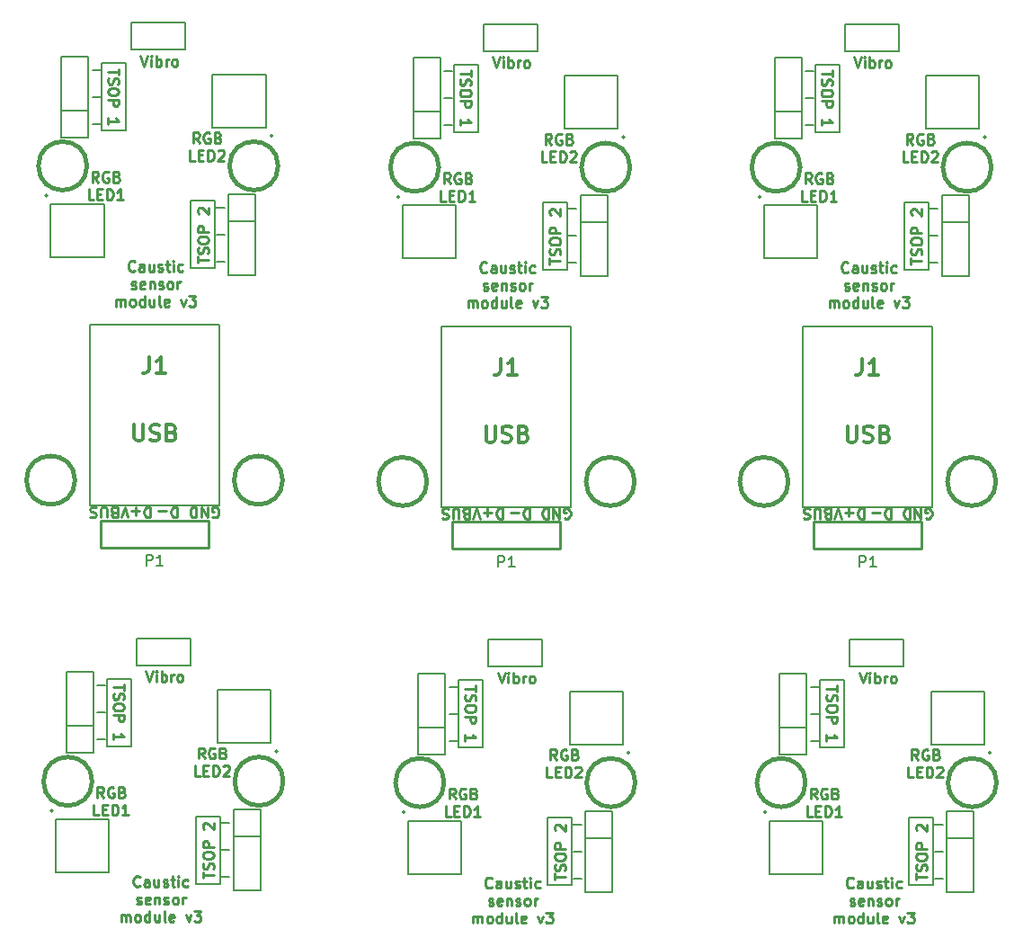
<source format=gto>
G04 (created by PCBNEW (2013-may-18)-stable) date Пн 18 апр 2016 10:16:46*
%MOIN*%
G04 Gerber Fmt 3.4, Leading zero omitted, Abs format*
%FSLAX34Y34*%
G01*
G70*
G90*
G04 APERTURE LIST*
%ADD10C,0.00590551*%
%ADD11C,0.00787402*%
%ADD12C,0.00984252*%
%ADD13C,0.015*%
%ADD14C,0.006*%
%ADD15C,0.005*%
%ADD16C,0.01*%
%ADD17C,0.012*%
%ADD18C,0.008*%
G04 APERTURE END LIST*
G54D10*
G54D11*
X57280Y-76410D02*
G75*
G03X57280Y-76410I-50J0D01*
G74*
G01*
X65630Y-74210D02*
G75*
G03X65630Y-74210I-50J0D01*
G74*
G01*
X58930Y-71760D02*
X59230Y-71760D01*
X63530Y-77860D02*
X63830Y-77860D01*
X63530Y-78860D02*
X63830Y-78860D01*
G54D12*
X62845Y-78900D02*
X62845Y-78675D01*
X63239Y-78788D02*
X62845Y-78788D01*
X63220Y-78563D02*
X63239Y-78506D01*
X63239Y-78413D01*
X63220Y-78375D01*
X63201Y-78356D01*
X63164Y-78338D01*
X63126Y-78338D01*
X63089Y-78356D01*
X63070Y-78375D01*
X63051Y-78413D01*
X63033Y-78488D01*
X63014Y-78525D01*
X62995Y-78544D01*
X62958Y-78563D01*
X62920Y-78563D01*
X62883Y-78544D01*
X62864Y-78525D01*
X62845Y-78488D01*
X62845Y-78394D01*
X62864Y-78338D01*
X62845Y-78094D02*
X62845Y-78019D01*
X62864Y-77981D01*
X62901Y-77944D01*
X62976Y-77925D01*
X63108Y-77925D01*
X63183Y-77944D01*
X63220Y-77981D01*
X63239Y-78019D01*
X63239Y-78094D01*
X63220Y-78131D01*
X63183Y-78169D01*
X63108Y-78188D01*
X62976Y-78188D01*
X62901Y-78169D01*
X62864Y-78131D01*
X62845Y-78094D01*
X63239Y-77756D02*
X62845Y-77756D01*
X62845Y-77606D01*
X62864Y-77569D01*
X62883Y-77550D01*
X62920Y-77531D01*
X62976Y-77531D01*
X63014Y-77550D01*
X63033Y-77569D01*
X63051Y-77606D01*
X63051Y-77756D01*
X62883Y-77081D02*
X62864Y-77063D01*
X62845Y-77025D01*
X62845Y-76931D01*
X62864Y-76894D01*
X62883Y-76875D01*
X62920Y-76857D01*
X62958Y-76857D01*
X63014Y-76875D01*
X63239Y-77100D01*
X63239Y-76857D01*
G54D11*
X63480Y-76610D02*
X63480Y-79110D01*
X63480Y-79110D02*
X62580Y-79110D01*
X62580Y-79110D02*
X62580Y-76610D01*
X62580Y-76610D02*
X63480Y-76610D01*
X58930Y-72760D02*
X59230Y-72760D01*
X58930Y-73760D02*
X59230Y-73760D01*
X63480Y-76860D02*
X63830Y-76860D01*
G54D12*
X59914Y-71719D02*
X59914Y-71944D01*
X59520Y-71831D02*
X59914Y-71831D01*
X59539Y-72056D02*
X59520Y-72113D01*
X59520Y-72206D01*
X59539Y-72244D01*
X59558Y-72263D01*
X59595Y-72281D01*
X59633Y-72281D01*
X59670Y-72263D01*
X59689Y-72244D01*
X59708Y-72206D01*
X59726Y-72131D01*
X59745Y-72094D01*
X59764Y-72075D01*
X59801Y-72056D01*
X59839Y-72056D01*
X59876Y-72075D01*
X59895Y-72094D01*
X59914Y-72131D01*
X59914Y-72225D01*
X59895Y-72281D01*
X59914Y-72525D02*
X59914Y-72600D01*
X59895Y-72638D01*
X59858Y-72675D01*
X59783Y-72694D01*
X59651Y-72694D01*
X59576Y-72675D01*
X59539Y-72638D01*
X59520Y-72600D01*
X59520Y-72525D01*
X59539Y-72488D01*
X59576Y-72450D01*
X59651Y-72431D01*
X59783Y-72431D01*
X59858Y-72450D01*
X59895Y-72488D01*
X59914Y-72525D01*
X59520Y-72863D02*
X59914Y-72863D01*
X59914Y-73013D01*
X59895Y-73050D01*
X59876Y-73069D01*
X59839Y-73088D01*
X59783Y-73088D01*
X59745Y-73069D01*
X59726Y-73050D01*
X59708Y-73013D01*
X59708Y-72863D01*
X59520Y-73763D02*
X59520Y-73538D01*
X59520Y-73650D02*
X59914Y-73650D01*
X59858Y-73613D01*
X59820Y-73575D01*
X59801Y-73538D01*
G54D11*
X59280Y-71510D02*
X59280Y-74010D01*
X59280Y-74010D02*
X60180Y-74010D01*
X60180Y-74010D02*
X60180Y-71510D01*
X60180Y-71510D02*
X59280Y-71510D01*
G54D12*
X60726Y-71225D02*
X60858Y-71619D01*
X60989Y-71225D01*
X61120Y-71619D02*
X61120Y-71356D01*
X61120Y-71225D02*
X61101Y-71244D01*
X61120Y-71263D01*
X61139Y-71244D01*
X61120Y-71225D01*
X61120Y-71263D01*
X61308Y-71619D02*
X61308Y-71225D01*
X61308Y-71375D02*
X61345Y-71356D01*
X61420Y-71356D01*
X61458Y-71375D01*
X61476Y-71394D01*
X61495Y-71431D01*
X61495Y-71544D01*
X61476Y-71581D01*
X61458Y-71600D01*
X61420Y-71619D01*
X61345Y-71619D01*
X61308Y-71600D01*
X61664Y-71619D02*
X61664Y-71356D01*
X61664Y-71431D02*
X61683Y-71394D01*
X61701Y-71375D01*
X61739Y-71356D01*
X61776Y-71356D01*
X61964Y-71619D02*
X61926Y-71600D01*
X61908Y-71581D01*
X61889Y-71544D01*
X61889Y-71431D01*
X61908Y-71394D01*
X61926Y-71375D01*
X61964Y-71356D01*
X62020Y-71356D01*
X62058Y-71375D01*
X62076Y-71394D01*
X62095Y-71431D01*
X62095Y-71544D01*
X62076Y-71581D01*
X62058Y-71600D01*
X62020Y-71619D01*
X61964Y-71619D01*
X59158Y-75919D02*
X59026Y-75731D01*
X58933Y-75919D02*
X58933Y-75525D01*
X59083Y-75525D01*
X59120Y-75544D01*
X59139Y-75563D01*
X59158Y-75600D01*
X59158Y-75656D01*
X59139Y-75694D01*
X59120Y-75713D01*
X59083Y-75731D01*
X58933Y-75731D01*
X59533Y-75544D02*
X59495Y-75525D01*
X59439Y-75525D01*
X59383Y-75544D01*
X59345Y-75581D01*
X59326Y-75619D01*
X59308Y-75694D01*
X59308Y-75750D01*
X59326Y-75825D01*
X59345Y-75863D01*
X59383Y-75900D01*
X59439Y-75919D01*
X59476Y-75919D01*
X59533Y-75900D01*
X59551Y-75881D01*
X59551Y-75750D01*
X59476Y-75750D01*
X59851Y-75713D02*
X59908Y-75731D01*
X59926Y-75750D01*
X59945Y-75788D01*
X59945Y-75844D01*
X59926Y-75881D01*
X59908Y-75900D01*
X59870Y-75919D01*
X59720Y-75919D01*
X59720Y-75525D01*
X59851Y-75525D01*
X59889Y-75544D01*
X59908Y-75563D01*
X59926Y-75600D01*
X59926Y-75638D01*
X59908Y-75675D01*
X59889Y-75694D01*
X59851Y-75713D01*
X59720Y-75713D01*
X58989Y-76568D02*
X58801Y-76568D01*
X58801Y-76175D01*
X59120Y-76362D02*
X59251Y-76362D01*
X59308Y-76568D02*
X59120Y-76568D01*
X59120Y-76175D01*
X59308Y-76175D01*
X59476Y-76568D02*
X59476Y-76175D01*
X59570Y-76175D01*
X59626Y-76194D01*
X59664Y-76231D01*
X59683Y-76268D01*
X59701Y-76343D01*
X59701Y-76400D01*
X59683Y-76475D01*
X59664Y-76512D01*
X59626Y-76550D01*
X59570Y-76568D01*
X59476Y-76568D01*
X60076Y-76568D02*
X59851Y-76568D01*
X59964Y-76568D02*
X59964Y-76175D01*
X59926Y-76231D01*
X59889Y-76268D01*
X59851Y-76287D01*
X62908Y-74469D02*
X62776Y-74281D01*
X62683Y-74469D02*
X62683Y-74075D01*
X62833Y-74075D01*
X62870Y-74094D01*
X62889Y-74113D01*
X62908Y-74150D01*
X62908Y-74206D01*
X62889Y-74244D01*
X62870Y-74263D01*
X62833Y-74281D01*
X62683Y-74281D01*
X63283Y-74094D02*
X63245Y-74075D01*
X63189Y-74075D01*
X63133Y-74094D01*
X63095Y-74131D01*
X63076Y-74169D01*
X63058Y-74244D01*
X63058Y-74300D01*
X63076Y-74375D01*
X63095Y-74413D01*
X63133Y-74450D01*
X63189Y-74469D01*
X63226Y-74469D01*
X63283Y-74450D01*
X63301Y-74431D01*
X63301Y-74300D01*
X63226Y-74300D01*
X63601Y-74263D02*
X63658Y-74281D01*
X63676Y-74300D01*
X63695Y-74338D01*
X63695Y-74394D01*
X63676Y-74431D01*
X63658Y-74450D01*
X63620Y-74469D01*
X63470Y-74469D01*
X63470Y-74075D01*
X63601Y-74075D01*
X63639Y-74094D01*
X63658Y-74113D01*
X63676Y-74150D01*
X63676Y-74188D01*
X63658Y-74225D01*
X63639Y-74244D01*
X63601Y-74263D01*
X63470Y-74263D01*
X62739Y-75118D02*
X62551Y-75118D01*
X62551Y-74725D01*
X62870Y-74912D02*
X63001Y-74912D01*
X63058Y-75118D02*
X62870Y-75118D01*
X62870Y-74725D01*
X63058Y-74725D01*
X63226Y-75118D02*
X63226Y-74725D01*
X63320Y-74725D01*
X63376Y-74744D01*
X63414Y-74781D01*
X63433Y-74818D01*
X63451Y-74893D01*
X63451Y-74950D01*
X63433Y-75025D01*
X63414Y-75062D01*
X63376Y-75100D01*
X63320Y-75118D01*
X63226Y-75118D01*
X63601Y-74762D02*
X63620Y-74744D01*
X63658Y-74725D01*
X63751Y-74725D01*
X63789Y-74744D01*
X63808Y-74762D01*
X63826Y-74800D01*
X63826Y-74837D01*
X63808Y-74893D01*
X63583Y-75118D01*
X63826Y-75118D01*
X60511Y-79181D02*
X60492Y-79200D01*
X60436Y-79219D01*
X60398Y-79219D01*
X60342Y-79200D01*
X60305Y-79163D01*
X60286Y-79125D01*
X60267Y-79050D01*
X60267Y-78994D01*
X60286Y-78919D01*
X60305Y-78881D01*
X60342Y-78844D01*
X60398Y-78825D01*
X60436Y-78825D01*
X60492Y-78844D01*
X60511Y-78863D01*
X60848Y-79219D02*
X60848Y-79013D01*
X60830Y-78975D01*
X60792Y-78956D01*
X60717Y-78956D01*
X60680Y-78975D01*
X60848Y-79200D02*
X60811Y-79219D01*
X60717Y-79219D01*
X60680Y-79200D01*
X60661Y-79163D01*
X60661Y-79125D01*
X60680Y-79088D01*
X60717Y-79069D01*
X60811Y-79069D01*
X60848Y-79050D01*
X61205Y-78956D02*
X61205Y-79219D01*
X61036Y-78956D02*
X61036Y-79163D01*
X61055Y-79200D01*
X61092Y-79219D01*
X61148Y-79219D01*
X61186Y-79200D01*
X61205Y-79181D01*
X61373Y-79200D02*
X61411Y-79219D01*
X61486Y-79219D01*
X61523Y-79200D01*
X61542Y-79163D01*
X61542Y-79144D01*
X61523Y-79106D01*
X61486Y-79088D01*
X61429Y-79088D01*
X61392Y-79069D01*
X61373Y-79031D01*
X61373Y-79013D01*
X61392Y-78975D01*
X61429Y-78956D01*
X61486Y-78956D01*
X61523Y-78975D01*
X61654Y-78956D02*
X61804Y-78956D01*
X61711Y-78825D02*
X61711Y-79163D01*
X61729Y-79200D01*
X61767Y-79219D01*
X61804Y-79219D01*
X61936Y-79219D02*
X61936Y-78956D01*
X61936Y-78825D02*
X61917Y-78844D01*
X61936Y-78863D01*
X61954Y-78844D01*
X61936Y-78825D01*
X61936Y-78863D01*
X62292Y-79200D02*
X62254Y-79219D01*
X62179Y-79219D01*
X62142Y-79200D01*
X62123Y-79181D01*
X62104Y-79144D01*
X62104Y-79031D01*
X62123Y-78994D01*
X62142Y-78975D01*
X62179Y-78956D01*
X62254Y-78956D01*
X62292Y-78975D01*
X60389Y-79850D02*
X60426Y-79868D01*
X60501Y-79868D01*
X60539Y-79850D01*
X60558Y-79812D01*
X60558Y-79793D01*
X60539Y-79756D01*
X60501Y-79737D01*
X60445Y-79737D01*
X60408Y-79718D01*
X60389Y-79681D01*
X60389Y-79662D01*
X60408Y-79625D01*
X60445Y-79606D01*
X60501Y-79606D01*
X60539Y-79625D01*
X60876Y-79850D02*
X60839Y-79868D01*
X60764Y-79868D01*
X60726Y-79850D01*
X60708Y-79812D01*
X60708Y-79662D01*
X60726Y-79625D01*
X60764Y-79606D01*
X60839Y-79606D01*
X60876Y-79625D01*
X60895Y-79662D01*
X60895Y-79700D01*
X60708Y-79737D01*
X61064Y-79606D02*
X61064Y-79868D01*
X61064Y-79643D02*
X61083Y-79625D01*
X61120Y-79606D01*
X61176Y-79606D01*
X61214Y-79625D01*
X61233Y-79662D01*
X61233Y-79868D01*
X61401Y-79850D02*
X61439Y-79868D01*
X61514Y-79868D01*
X61551Y-79850D01*
X61570Y-79812D01*
X61570Y-79793D01*
X61551Y-79756D01*
X61514Y-79737D01*
X61458Y-79737D01*
X61420Y-79718D01*
X61401Y-79681D01*
X61401Y-79662D01*
X61420Y-79625D01*
X61458Y-79606D01*
X61514Y-79606D01*
X61551Y-79625D01*
X61795Y-79868D02*
X61758Y-79850D01*
X61739Y-79831D01*
X61720Y-79793D01*
X61720Y-79681D01*
X61739Y-79643D01*
X61758Y-79625D01*
X61795Y-79606D01*
X61851Y-79606D01*
X61889Y-79625D01*
X61908Y-79643D01*
X61926Y-79681D01*
X61926Y-79793D01*
X61908Y-79831D01*
X61889Y-79850D01*
X61851Y-79868D01*
X61795Y-79868D01*
X62095Y-79868D02*
X62095Y-79606D01*
X62095Y-79681D02*
X62114Y-79643D01*
X62133Y-79625D01*
X62170Y-79606D01*
X62208Y-79606D01*
X59817Y-80518D02*
X59817Y-80256D01*
X59817Y-80293D02*
X59836Y-80274D01*
X59873Y-80256D01*
X59930Y-80256D01*
X59967Y-80274D01*
X59986Y-80312D01*
X59986Y-80518D01*
X59986Y-80312D02*
X60005Y-80274D01*
X60042Y-80256D01*
X60098Y-80256D01*
X60136Y-80274D01*
X60155Y-80312D01*
X60155Y-80518D01*
X60398Y-80518D02*
X60361Y-80499D01*
X60342Y-80481D01*
X60323Y-80443D01*
X60323Y-80331D01*
X60342Y-80293D01*
X60361Y-80274D01*
X60398Y-80256D01*
X60455Y-80256D01*
X60492Y-80274D01*
X60511Y-80293D01*
X60530Y-80331D01*
X60530Y-80443D01*
X60511Y-80481D01*
X60492Y-80499D01*
X60455Y-80518D01*
X60398Y-80518D01*
X60867Y-80518D02*
X60867Y-80124D01*
X60867Y-80499D02*
X60830Y-80518D01*
X60755Y-80518D01*
X60717Y-80499D01*
X60698Y-80481D01*
X60680Y-80443D01*
X60680Y-80331D01*
X60698Y-80293D01*
X60717Y-80274D01*
X60755Y-80256D01*
X60830Y-80256D01*
X60867Y-80274D01*
X61223Y-80256D02*
X61223Y-80518D01*
X61055Y-80256D02*
X61055Y-80462D01*
X61073Y-80499D01*
X61111Y-80518D01*
X61167Y-80518D01*
X61205Y-80499D01*
X61223Y-80481D01*
X61467Y-80518D02*
X61429Y-80499D01*
X61411Y-80462D01*
X61411Y-80124D01*
X61767Y-80499D02*
X61729Y-80518D01*
X61654Y-80518D01*
X61617Y-80499D01*
X61598Y-80462D01*
X61598Y-80312D01*
X61617Y-80274D01*
X61654Y-80256D01*
X61729Y-80256D01*
X61767Y-80274D01*
X61786Y-80312D01*
X61786Y-80349D01*
X61598Y-80387D01*
X62217Y-80256D02*
X62311Y-80518D01*
X62404Y-80256D01*
X62517Y-80124D02*
X62761Y-80124D01*
X62629Y-80274D01*
X62686Y-80274D01*
X62723Y-80293D01*
X62742Y-80312D01*
X62761Y-80349D01*
X62761Y-80443D01*
X62742Y-80481D01*
X62723Y-80499D01*
X62686Y-80518D01*
X62573Y-80518D01*
X62536Y-80499D01*
X62517Y-80481D01*
X60321Y-56371D02*
X60302Y-56390D01*
X60246Y-56409D01*
X60208Y-56409D01*
X60152Y-56390D01*
X60115Y-56353D01*
X60096Y-56315D01*
X60077Y-56240D01*
X60077Y-56184D01*
X60096Y-56109D01*
X60115Y-56071D01*
X60152Y-56034D01*
X60208Y-56015D01*
X60246Y-56015D01*
X60302Y-56034D01*
X60321Y-56053D01*
X60658Y-56409D02*
X60658Y-56203D01*
X60640Y-56165D01*
X60602Y-56146D01*
X60527Y-56146D01*
X60490Y-56165D01*
X60658Y-56390D02*
X60621Y-56409D01*
X60527Y-56409D01*
X60490Y-56390D01*
X60471Y-56353D01*
X60471Y-56315D01*
X60490Y-56278D01*
X60527Y-56259D01*
X60621Y-56259D01*
X60658Y-56240D01*
X61015Y-56146D02*
X61015Y-56409D01*
X60846Y-56146D02*
X60846Y-56353D01*
X60865Y-56390D01*
X60902Y-56409D01*
X60958Y-56409D01*
X60996Y-56390D01*
X61015Y-56371D01*
X61183Y-56390D02*
X61221Y-56409D01*
X61296Y-56409D01*
X61333Y-56390D01*
X61352Y-56353D01*
X61352Y-56334D01*
X61333Y-56296D01*
X61296Y-56278D01*
X61239Y-56278D01*
X61202Y-56259D01*
X61183Y-56221D01*
X61183Y-56203D01*
X61202Y-56165D01*
X61239Y-56146D01*
X61296Y-56146D01*
X61333Y-56165D01*
X61464Y-56146D02*
X61614Y-56146D01*
X61521Y-56015D02*
X61521Y-56353D01*
X61539Y-56390D01*
X61577Y-56409D01*
X61614Y-56409D01*
X61746Y-56409D02*
X61746Y-56146D01*
X61746Y-56015D02*
X61727Y-56034D01*
X61746Y-56053D01*
X61764Y-56034D01*
X61746Y-56015D01*
X61746Y-56053D01*
X62102Y-56390D02*
X62064Y-56409D01*
X61989Y-56409D01*
X61952Y-56390D01*
X61933Y-56371D01*
X61914Y-56334D01*
X61914Y-56221D01*
X61933Y-56184D01*
X61952Y-56165D01*
X61989Y-56146D01*
X62064Y-56146D01*
X62102Y-56165D01*
X60199Y-57040D02*
X60236Y-57058D01*
X60311Y-57058D01*
X60349Y-57040D01*
X60368Y-57002D01*
X60368Y-56983D01*
X60349Y-56946D01*
X60311Y-56927D01*
X60255Y-56927D01*
X60218Y-56908D01*
X60199Y-56871D01*
X60199Y-56852D01*
X60218Y-56815D01*
X60255Y-56796D01*
X60311Y-56796D01*
X60349Y-56815D01*
X60686Y-57040D02*
X60649Y-57058D01*
X60574Y-57058D01*
X60536Y-57040D01*
X60518Y-57002D01*
X60518Y-56852D01*
X60536Y-56815D01*
X60574Y-56796D01*
X60649Y-56796D01*
X60686Y-56815D01*
X60705Y-56852D01*
X60705Y-56890D01*
X60518Y-56927D01*
X60874Y-56796D02*
X60874Y-57058D01*
X60874Y-56833D02*
X60893Y-56815D01*
X60930Y-56796D01*
X60986Y-56796D01*
X61024Y-56815D01*
X61043Y-56852D01*
X61043Y-57058D01*
X61211Y-57040D02*
X61249Y-57058D01*
X61324Y-57058D01*
X61361Y-57040D01*
X61380Y-57002D01*
X61380Y-56983D01*
X61361Y-56946D01*
X61324Y-56927D01*
X61268Y-56927D01*
X61230Y-56908D01*
X61211Y-56871D01*
X61211Y-56852D01*
X61230Y-56815D01*
X61268Y-56796D01*
X61324Y-56796D01*
X61361Y-56815D01*
X61605Y-57058D02*
X61568Y-57040D01*
X61549Y-57021D01*
X61530Y-56983D01*
X61530Y-56871D01*
X61549Y-56833D01*
X61568Y-56815D01*
X61605Y-56796D01*
X61661Y-56796D01*
X61699Y-56815D01*
X61718Y-56833D01*
X61736Y-56871D01*
X61736Y-56983D01*
X61718Y-57021D01*
X61699Y-57040D01*
X61661Y-57058D01*
X61605Y-57058D01*
X61905Y-57058D02*
X61905Y-56796D01*
X61905Y-56871D02*
X61924Y-56833D01*
X61943Y-56815D01*
X61980Y-56796D01*
X62018Y-56796D01*
X59627Y-57708D02*
X59627Y-57446D01*
X59627Y-57483D02*
X59646Y-57464D01*
X59683Y-57446D01*
X59740Y-57446D01*
X59777Y-57464D01*
X59796Y-57502D01*
X59796Y-57708D01*
X59796Y-57502D02*
X59815Y-57464D01*
X59852Y-57446D01*
X59908Y-57446D01*
X59946Y-57464D01*
X59965Y-57502D01*
X59965Y-57708D01*
X60208Y-57708D02*
X60171Y-57689D01*
X60152Y-57671D01*
X60133Y-57633D01*
X60133Y-57521D01*
X60152Y-57483D01*
X60171Y-57464D01*
X60208Y-57446D01*
X60265Y-57446D01*
X60302Y-57464D01*
X60321Y-57483D01*
X60340Y-57521D01*
X60340Y-57633D01*
X60321Y-57671D01*
X60302Y-57689D01*
X60265Y-57708D01*
X60208Y-57708D01*
X60677Y-57708D02*
X60677Y-57314D01*
X60677Y-57689D02*
X60640Y-57708D01*
X60565Y-57708D01*
X60527Y-57689D01*
X60508Y-57671D01*
X60490Y-57633D01*
X60490Y-57521D01*
X60508Y-57483D01*
X60527Y-57464D01*
X60565Y-57446D01*
X60640Y-57446D01*
X60677Y-57464D01*
X61033Y-57446D02*
X61033Y-57708D01*
X60865Y-57446D02*
X60865Y-57652D01*
X60883Y-57689D01*
X60921Y-57708D01*
X60977Y-57708D01*
X61015Y-57689D01*
X61033Y-57671D01*
X61277Y-57708D02*
X61239Y-57689D01*
X61221Y-57652D01*
X61221Y-57314D01*
X61577Y-57689D02*
X61539Y-57708D01*
X61464Y-57708D01*
X61427Y-57689D01*
X61408Y-57652D01*
X61408Y-57502D01*
X61427Y-57464D01*
X61464Y-57446D01*
X61539Y-57446D01*
X61577Y-57464D01*
X61596Y-57502D01*
X61596Y-57539D01*
X61408Y-57577D01*
X62027Y-57446D02*
X62121Y-57708D01*
X62214Y-57446D01*
X62327Y-57314D02*
X62571Y-57314D01*
X62439Y-57464D01*
X62496Y-57464D01*
X62533Y-57483D01*
X62552Y-57502D01*
X62571Y-57539D01*
X62571Y-57633D01*
X62552Y-57671D01*
X62533Y-57689D01*
X62496Y-57708D01*
X62383Y-57708D01*
X62346Y-57689D01*
X62327Y-57671D01*
X62718Y-51659D02*
X62586Y-51471D01*
X62493Y-51659D02*
X62493Y-51265D01*
X62643Y-51265D01*
X62680Y-51284D01*
X62699Y-51303D01*
X62718Y-51340D01*
X62718Y-51396D01*
X62699Y-51434D01*
X62680Y-51453D01*
X62643Y-51471D01*
X62493Y-51471D01*
X63093Y-51284D02*
X63055Y-51265D01*
X62999Y-51265D01*
X62943Y-51284D01*
X62905Y-51321D01*
X62886Y-51359D01*
X62868Y-51434D01*
X62868Y-51490D01*
X62886Y-51565D01*
X62905Y-51603D01*
X62943Y-51640D01*
X62999Y-51659D01*
X63036Y-51659D01*
X63093Y-51640D01*
X63111Y-51621D01*
X63111Y-51490D01*
X63036Y-51490D01*
X63411Y-51453D02*
X63468Y-51471D01*
X63486Y-51490D01*
X63505Y-51528D01*
X63505Y-51584D01*
X63486Y-51621D01*
X63468Y-51640D01*
X63430Y-51659D01*
X63280Y-51659D01*
X63280Y-51265D01*
X63411Y-51265D01*
X63449Y-51284D01*
X63468Y-51303D01*
X63486Y-51340D01*
X63486Y-51378D01*
X63468Y-51415D01*
X63449Y-51434D01*
X63411Y-51453D01*
X63280Y-51453D01*
X62549Y-52308D02*
X62361Y-52308D01*
X62361Y-51915D01*
X62680Y-52102D02*
X62811Y-52102D01*
X62868Y-52308D02*
X62680Y-52308D01*
X62680Y-51915D01*
X62868Y-51915D01*
X63036Y-52308D02*
X63036Y-51915D01*
X63130Y-51915D01*
X63186Y-51934D01*
X63224Y-51971D01*
X63243Y-52008D01*
X63261Y-52083D01*
X63261Y-52140D01*
X63243Y-52215D01*
X63224Y-52252D01*
X63186Y-52290D01*
X63130Y-52308D01*
X63036Y-52308D01*
X63411Y-51952D02*
X63430Y-51934D01*
X63468Y-51915D01*
X63561Y-51915D01*
X63599Y-51934D01*
X63618Y-51952D01*
X63636Y-51990D01*
X63636Y-52027D01*
X63618Y-52083D01*
X63393Y-52308D01*
X63636Y-52308D01*
X58968Y-53109D02*
X58836Y-52921D01*
X58743Y-53109D02*
X58743Y-52715D01*
X58893Y-52715D01*
X58930Y-52734D01*
X58949Y-52753D01*
X58968Y-52790D01*
X58968Y-52846D01*
X58949Y-52884D01*
X58930Y-52903D01*
X58893Y-52921D01*
X58743Y-52921D01*
X59343Y-52734D02*
X59305Y-52715D01*
X59249Y-52715D01*
X59193Y-52734D01*
X59155Y-52771D01*
X59136Y-52809D01*
X59118Y-52884D01*
X59118Y-52940D01*
X59136Y-53015D01*
X59155Y-53053D01*
X59193Y-53090D01*
X59249Y-53109D01*
X59286Y-53109D01*
X59343Y-53090D01*
X59361Y-53071D01*
X59361Y-52940D01*
X59286Y-52940D01*
X59661Y-52903D02*
X59718Y-52921D01*
X59736Y-52940D01*
X59755Y-52978D01*
X59755Y-53034D01*
X59736Y-53071D01*
X59718Y-53090D01*
X59680Y-53109D01*
X59530Y-53109D01*
X59530Y-52715D01*
X59661Y-52715D01*
X59699Y-52734D01*
X59718Y-52753D01*
X59736Y-52790D01*
X59736Y-52828D01*
X59718Y-52865D01*
X59699Y-52884D01*
X59661Y-52903D01*
X59530Y-52903D01*
X58799Y-53758D02*
X58611Y-53758D01*
X58611Y-53365D01*
X58930Y-53552D02*
X59061Y-53552D01*
X59118Y-53758D02*
X58930Y-53758D01*
X58930Y-53365D01*
X59118Y-53365D01*
X59286Y-53758D02*
X59286Y-53365D01*
X59380Y-53365D01*
X59436Y-53384D01*
X59474Y-53421D01*
X59493Y-53458D01*
X59511Y-53533D01*
X59511Y-53590D01*
X59493Y-53665D01*
X59474Y-53702D01*
X59436Y-53740D01*
X59380Y-53758D01*
X59286Y-53758D01*
X59886Y-53758D02*
X59661Y-53758D01*
X59774Y-53758D02*
X59774Y-53365D01*
X59736Y-53421D01*
X59699Y-53458D01*
X59661Y-53477D01*
X60536Y-48415D02*
X60668Y-48809D01*
X60799Y-48415D01*
X60930Y-48809D02*
X60930Y-48546D01*
X60930Y-48415D02*
X60911Y-48434D01*
X60930Y-48453D01*
X60949Y-48434D01*
X60930Y-48415D01*
X60930Y-48453D01*
X61118Y-48809D02*
X61118Y-48415D01*
X61118Y-48565D02*
X61155Y-48546D01*
X61230Y-48546D01*
X61268Y-48565D01*
X61286Y-48584D01*
X61305Y-48621D01*
X61305Y-48734D01*
X61286Y-48771D01*
X61268Y-48790D01*
X61230Y-48809D01*
X61155Y-48809D01*
X61118Y-48790D01*
X61474Y-48809D02*
X61474Y-48546D01*
X61474Y-48621D02*
X61493Y-48584D01*
X61511Y-48565D01*
X61549Y-48546D01*
X61586Y-48546D01*
X61774Y-48809D02*
X61736Y-48790D01*
X61718Y-48771D01*
X61699Y-48734D01*
X61699Y-48621D01*
X61718Y-48584D01*
X61736Y-48565D01*
X61774Y-48546D01*
X61830Y-48546D01*
X61868Y-48565D01*
X61886Y-48584D01*
X61905Y-48621D01*
X61905Y-48734D01*
X61886Y-48771D01*
X61868Y-48790D01*
X61830Y-48809D01*
X61774Y-48809D01*
G54D11*
X59990Y-48700D02*
X59090Y-48700D01*
X59990Y-51200D02*
X59990Y-48700D01*
X59090Y-51200D02*
X59990Y-51200D01*
X59090Y-48700D02*
X59090Y-51200D01*
G54D12*
X59724Y-48909D02*
X59724Y-49134D01*
X59330Y-49021D02*
X59724Y-49021D01*
X59349Y-49246D02*
X59330Y-49303D01*
X59330Y-49396D01*
X59349Y-49434D01*
X59368Y-49453D01*
X59405Y-49471D01*
X59443Y-49471D01*
X59480Y-49453D01*
X59499Y-49434D01*
X59518Y-49396D01*
X59536Y-49321D01*
X59555Y-49284D01*
X59574Y-49265D01*
X59611Y-49246D01*
X59649Y-49246D01*
X59686Y-49265D01*
X59705Y-49284D01*
X59724Y-49321D01*
X59724Y-49415D01*
X59705Y-49471D01*
X59724Y-49715D02*
X59724Y-49790D01*
X59705Y-49828D01*
X59668Y-49865D01*
X59593Y-49884D01*
X59461Y-49884D01*
X59386Y-49865D01*
X59349Y-49828D01*
X59330Y-49790D01*
X59330Y-49715D01*
X59349Y-49678D01*
X59386Y-49640D01*
X59461Y-49621D01*
X59593Y-49621D01*
X59668Y-49640D01*
X59705Y-49678D01*
X59724Y-49715D01*
X59330Y-50053D02*
X59724Y-50053D01*
X59724Y-50203D01*
X59705Y-50240D01*
X59686Y-50259D01*
X59649Y-50278D01*
X59593Y-50278D01*
X59555Y-50259D01*
X59536Y-50240D01*
X59518Y-50203D01*
X59518Y-50053D01*
X59330Y-50953D02*
X59330Y-50728D01*
X59330Y-50840D02*
X59724Y-50840D01*
X59668Y-50803D01*
X59630Y-50765D01*
X59611Y-50728D01*
G54D11*
X63290Y-54050D02*
X63640Y-54050D01*
X58740Y-50950D02*
X59040Y-50950D01*
X58740Y-49950D02*
X59040Y-49950D01*
X62390Y-53800D02*
X63290Y-53800D01*
X62390Y-56300D02*
X62390Y-53800D01*
X63290Y-56300D02*
X62390Y-56300D01*
X63290Y-53800D02*
X63290Y-56300D01*
G54D12*
X62655Y-56090D02*
X62655Y-55865D01*
X63049Y-55978D02*
X62655Y-55978D01*
X63030Y-55753D02*
X63049Y-55696D01*
X63049Y-55603D01*
X63030Y-55565D01*
X63011Y-55546D01*
X62974Y-55528D01*
X62936Y-55528D01*
X62899Y-55546D01*
X62880Y-55565D01*
X62861Y-55603D01*
X62843Y-55678D01*
X62824Y-55715D01*
X62805Y-55734D01*
X62768Y-55753D01*
X62730Y-55753D01*
X62693Y-55734D01*
X62674Y-55715D01*
X62655Y-55678D01*
X62655Y-55584D01*
X62674Y-55528D01*
X62655Y-55284D02*
X62655Y-55209D01*
X62674Y-55171D01*
X62711Y-55134D01*
X62786Y-55115D01*
X62918Y-55115D01*
X62993Y-55134D01*
X63030Y-55171D01*
X63049Y-55209D01*
X63049Y-55284D01*
X63030Y-55321D01*
X62993Y-55359D01*
X62918Y-55378D01*
X62786Y-55378D01*
X62711Y-55359D01*
X62674Y-55321D01*
X62655Y-55284D01*
X63049Y-54946D02*
X62655Y-54946D01*
X62655Y-54796D01*
X62674Y-54759D01*
X62693Y-54740D01*
X62730Y-54721D01*
X62786Y-54721D01*
X62824Y-54740D01*
X62843Y-54759D01*
X62861Y-54796D01*
X62861Y-54946D01*
X62693Y-54271D02*
X62674Y-54253D01*
X62655Y-54215D01*
X62655Y-54121D01*
X62674Y-54084D01*
X62693Y-54065D01*
X62730Y-54047D01*
X62768Y-54047D01*
X62824Y-54065D01*
X63049Y-54290D01*
X63049Y-54047D01*
G54D11*
X63340Y-56050D02*
X63640Y-56050D01*
X63340Y-55050D02*
X63640Y-55050D01*
X58740Y-48950D02*
X59040Y-48950D01*
X65440Y-51400D02*
G75*
G03X65440Y-51400I-50J0D01*
G74*
G01*
X57090Y-53600D02*
G75*
G03X57090Y-53600I-50J0D01*
G74*
G01*
G54D12*
X63199Y-65515D02*
X63237Y-65534D01*
X63293Y-65534D01*
X63349Y-65515D01*
X63387Y-65478D01*
X63406Y-65440D01*
X63424Y-65365D01*
X63424Y-65309D01*
X63406Y-65234D01*
X63387Y-65196D01*
X63349Y-65159D01*
X63293Y-65140D01*
X63256Y-65140D01*
X63199Y-65159D01*
X63181Y-65178D01*
X63181Y-65309D01*
X63256Y-65309D01*
X63012Y-65140D02*
X63012Y-65534D01*
X62787Y-65140D01*
X62787Y-65534D01*
X62600Y-65140D02*
X62600Y-65534D01*
X62506Y-65534D01*
X62450Y-65515D01*
X62412Y-65478D01*
X62393Y-65440D01*
X62375Y-65365D01*
X62375Y-65309D01*
X62393Y-65234D01*
X62412Y-65196D01*
X62450Y-65159D01*
X62506Y-65140D01*
X62600Y-65140D01*
X61896Y-65140D02*
X61896Y-65534D01*
X61803Y-65534D01*
X61746Y-65515D01*
X61709Y-65478D01*
X61690Y-65440D01*
X61671Y-65365D01*
X61671Y-65309D01*
X61690Y-65234D01*
X61709Y-65196D01*
X61746Y-65159D01*
X61803Y-65140D01*
X61896Y-65140D01*
X61503Y-65290D02*
X61203Y-65290D01*
X60896Y-65140D02*
X60896Y-65534D01*
X60803Y-65534D01*
X60746Y-65515D01*
X60709Y-65478D01*
X60690Y-65440D01*
X60671Y-65365D01*
X60671Y-65309D01*
X60690Y-65234D01*
X60709Y-65196D01*
X60746Y-65159D01*
X60803Y-65140D01*
X60896Y-65140D01*
X60503Y-65290D02*
X60203Y-65290D01*
X60353Y-65140D02*
X60353Y-65440D01*
X60071Y-65534D02*
X59940Y-65140D01*
X59809Y-65534D01*
X59546Y-65346D02*
X59490Y-65328D01*
X59471Y-65309D01*
X59453Y-65271D01*
X59453Y-65215D01*
X59471Y-65178D01*
X59490Y-65159D01*
X59528Y-65140D01*
X59678Y-65140D01*
X59678Y-65534D01*
X59546Y-65534D01*
X59509Y-65515D01*
X59490Y-65496D01*
X59471Y-65459D01*
X59471Y-65421D01*
X59490Y-65384D01*
X59509Y-65365D01*
X59546Y-65346D01*
X59678Y-65346D01*
X59284Y-65534D02*
X59284Y-65215D01*
X59265Y-65178D01*
X59246Y-65159D01*
X59209Y-65140D01*
X59134Y-65140D01*
X59096Y-65159D01*
X59078Y-65178D01*
X59059Y-65215D01*
X59059Y-65534D01*
X58890Y-65159D02*
X58834Y-65140D01*
X58740Y-65140D01*
X58703Y-65159D01*
X58684Y-65178D01*
X58665Y-65215D01*
X58665Y-65253D01*
X58684Y-65290D01*
X58703Y-65309D01*
X58740Y-65328D01*
X58815Y-65346D01*
X58853Y-65365D01*
X58871Y-65384D01*
X58890Y-65421D01*
X58890Y-65459D01*
X58871Y-65496D01*
X58853Y-65515D01*
X58815Y-65534D01*
X58721Y-65534D01*
X58665Y-65515D01*
X73121Y-65584D02*
X72990Y-65190D01*
X72859Y-65584D01*
X72596Y-65396D02*
X72540Y-65378D01*
X72521Y-65359D01*
X72503Y-65321D01*
X72503Y-65265D01*
X72521Y-65228D01*
X72540Y-65209D01*
X72578Y-65190D01*
X72728Y-65190D01*
X72728Y-65584D01*
X72596Y-65584D01*
X72559Y-65565D01*
X72540Y-65546D01*
X72521Y-65509D01*
X72521Y-65471D01*
X72540Y-65434D01*
X72559Y-65415D01*
X72596Y-65396D01*
X72728Y-65396D01*
X72334Y-65584D02*
X72334Y-65265D01*
X72315Y-65228D01*
X72296Y-65209D01*
X72259Y-65190D01*
X72184Y-65190D01*
X72146Y-65209D01*
X72128Y-65228D01*
X72109Y-65265D01*
X72109Y-65584D01*
X71940Y-65209D02*
X71884Y-65190D01*
X71790Y-65190D01*
X71753Y-65209D01*
X71734Y-65228D01*
X71715Y-65265D01*
X71715Y-65303D01*
X71734Y-65340D01*
X71753Y-65359D01*
X71790Y-65378D01*
X71865Y-65396D01*
X71903Y-65415D01*
X71921Y-65434D01*
X71940Y-65471D01*
X71940Y-65509D01*
X71921Y-65546D01*
X71903Y-65565D01*
X71865Y-65584D01*
X71771Y-65584D01*
X71715Y-65565D01*
X73946Y-65190D02*
X73946Y-65584D01*
X73853Y-65584D01*
X73796Y-65565D01*
X73759Y-65528D01*
X73740Y-65490D01*
X73721Y-65415D01*
X73721Y-65359D01*
X73740Y-65284D01*
X73759Y-65246D01*
X73796Y-65209D01*
X73853Y-65190D01*
X73946Y-65190D01*
X73553Y-65340D02*
X73253Y-65340D01*
X73403Y-65190D02*
X73403Y-65490D01*
X74946Y-65190D02*
X74946Y-65584D01*
X74853Y-65584D01*
X74796Y-65565D01*
X74759Y-65528D01*
X74740Y-65490D01*
X74721Y-65415D01*
X74721Y-65359D01*
X74740Y-65284D01*
X74759Y-65246D01*
X74796Y-65209D01*
X74853Y-65190D01*
X74946Y-65190D01*
X74553Y-65340D02*
X74253Y-65340D01*
X76249Y-65565D02*
X76287Y-65584D01*
X76343Y-65584D01*
X76399Y-65565D01*
X76437Y-65528D01*
X76456Y-65490D01*
X76474Y-65415D01*
X76474Y-65359D01*
X76456Y-65284D01*
X76437Y-65246D01*
X76399Y-65209D01*
X76343Y-65190D01*
X76306Y-65190D01*
X76249Y-65209D01*
X76231Y-65228D01*
X76231Y-65359D01*
X76306Y-65359D01*
X76062Y-65190D02*
X76062Y-65584D01*
X75837Y-65190D01*
X75837Y-65584D01*
X75650Y-65190D02*
X75650Y-65584D01*
X75556Y-65584D01*
X75500Y-65565D01*
X75462Y-65528D01*
X75443Y-65490D01*
X75425Y-65415D01*
X75425Y-65359D01*
X75443Y-65284D01*
X75462Y-65246D01*
X75500Y-65209D01*
X75556Y-65190D01*
X75650Y-65190D01*
G54D11*
X70140Y-53650D02*
G75*
G03X70140Y-53650I-50J0D01*
G74*
G01*
X78490Y-51450D02*
G75*
G03X78490Y-51450I-50J0D01*
G74*
G01*
X71790Y-49000D02*
X72090Y-49000D01*
X76390Y-55100D02*
X76690Y-55100D01*
X76390Y-56100D02*
X76690Y-56100D01*
G54D12*
X75705Y-56140D02*
X75705Y-55915D01*
X76099Y-56028D02*
X75705Y-56028D01*
X76080Y-55803D02*
X76099Y-55746D01*
X76099Y-55653D01*
X76080Y-55615D01*
X76061Y-55596D01*
X76024Y-55578D01*
X75986Y-55578D01*
X75949Y-55596D01*
X75930Y-55615D01*
X75911Y-55653D01*
X75893Y-55728D01*
X75874Y-55765D01*
X75855Y-55784D01*
X75818Y-55803D01*
X75780Y-55803D01*
X75743Y-55784D01*
X75724Y-55765D01*
X75705Y-55728D01*
X75705Y-55634D01*
X75724Y-55578D01*
X75705Y-55334D02*
X75705Y-55259D01*
X75724Y-55221D01*
X75761Y-55184D01*
X75836Y-55165D01*
X75968Y-55165D01*
X76043Y-55184D01*
X76080Y-55221D01*
X76099Y-55259D01*
X76099Y-55334D01*
X76080Y-55371D01*
X76043Y-55409D01*
X75968Y-55428D01*
X75836Y-55428D01*
X75761Y-55409D01*
X75724Y-55371D01*
X75705Y-55334D01*
X76099Y-54996D02*
X75705Y-54996D01*
X75705Y-54846D01*
X75724Y-54809D01*
X75743Y-54790D01*
X75780Y-54771D01*
X75836Y-54771D01*
X75874Y-54790D01*
X75893Y-54809D01*
X75911Y-54846D01*
X75911Y-54996D01*
X75743Y-54321D02*
X75724Y-54303D01*
X75705Y-54265D01*
X75705Y-54171D01*
X75724Y-54134D01*
X75743Y-54115D01*
X75780Y-54097D01*
X75818Y-54097D01*
X75874Y-54115D01*
X76099Y-54340D01*
X76099Y-54097D01*
G54D11*
X76340Y-53850D02*
X76340Y-56350D01*
X76340Y-56350D02*
X75440Y-56350D01*
X75440Y-56350D02*
X75440Y-53850D01*
X75440Y-53850D02*
X76340Y-53850D01*
X71790Y-50000D02*
X72090Y-50000D01*
X71790Y-51000D02*
X72090Y-51000D01*
X76340Y-54100D02*
X76690Y-54100D01*
G54D12*
X72774Y-48959D02*
X72774Y-49184D01*
X72380Y-49071D02*
X72774Y-49071D01*
X72399Y-49296D02*
X72380Y-49353D01*
X72380Y-49446D01*
X72399Y-49484D01*
X72418Y-49503D01*
X72455Y-49521D01*
X72493Y-49521D01*
X72530Y-49503D01*
X72549Y-49484D01*
X72568Y-49446D01*
X72586Y-49371D01*
X72605Y-49334D01*
X72624Y-49315D01*
X72661Y-49296D01*
X72699Y-49296D01*
X72736Y-49315D01*
X72755Y-49334D01*
X72774Y-49371D01*
X72774Y-49465D01*
X72755Y-49521D01*
X72774Y-49765D02*
X72774Y-49840D01*
X72755Y-49878D01*
X72718Y-49915D01*
X72643Y-49934D01*
X72511Y-49934D01*
X72436Y-49915D01*
X72399Y-49878D01*
X72380Y-49840D01*
X72380Y-49765D01*
X72399Y-49728D01*
X72436Y-49690D01*
X72511Y-49671D01*
X72643Y-49671D01*
X72718Y-49690D01*
X72755Y-49728D01*
X72774Y-49765D01*
X72380Y-50103D02*
X72774Y-50103D01*
X72774Y-50253D01*
X72755Y-50290D01*
X72736Y-50309D01*
X72699Y-50328D01*
X72643Y-50328D01*
X72605Y-50309D01*
X72586Y-50290D01*
X72568Y-50253D01*
X72568Y-50103D01*
X72380Y-51003D02*
X72380Y-50778D01*
X72380Y-50890D02*
X72774Y-50890D01*
X72718Y-50853D01*
X72680Y-50815D01*
X72661Y-50778D01*
G54D11*
X72140Y-48750D02*
X72140Y-51250D01*
X72140Y-51250D02*
X73040Y-51250D01*
X73040Y-51250D02*
X73040Y-48750D01*
X73040Y-48750D02*
X72140Y-48750D01*
G54D12*
X73586Y-48465D02*
X73718Y-48859D01*
X73849Y-48465D01*
X73980Y-48859D02*
X73980Y-48596D01*
X73980Y-48465D02*
X73961Y-48484D01*
X73980Y-48503D01*
X73999Y-48484D01*
X73980Y-48465D01*
X73980Y-48503D01*
X74168Y-48859D02*
X74168Y-48465D01*
X74168Y-48615D02*
X74205Y-48596D01*
X74280Y-48596D01*
X74318Y-48615D01*
X74336Y-48634D01*
X74355Y-48671D01*
X74355Y-48784D01*
X74336Y-48821D01*
X74318Y-48840D01*
X74280Y-48859D01*
X74205Y-48859D01*
X74168Y-48840D01*
X74524Y-48859D02*
X74524Y-48596D01*
X74524Y-48671D02*
X74543Y-48634D01*
X74561Y-48615D01*
X74599Y-48596D01*
X74636Y-48596D01*
X74824Y-48859D02*
X74786Y-48840D01*
X74768Y-48821D01*
X74749Y-48784D01*
X74749Y-48671D01*
X74768Y-48634D01*
X74786Y-48615D01*
X74824Y-48596D01*
X74880Y-48596D01*
X74918Y-48615D01*
X74936Y-48634D01*
X74955Y-48671D01*
X74955Y-48784D01*
X74936Y-48821D01*
X74918Y-48840D01*
X74880Y-48859D01*
X74824Y-48859D01*
X72018Y-53159D02*
X71886Y-52971D01*
X71793Y-53159D02*
X71793Y-52765D01*
X71943Y-52765D01*
X71980Y-52784D01*
X71999Y-52803D01*
X72018Y-52840D01*
X72018Y-52896D01*
X71999Y-52934D01*
X71980Y-52953D01*
X71943Y-52971D01*
X71793Y-52971D01*
X72393Y-52784D02*
X72355Y-52765D01*
X72299Y-52765D01*
X72243Y-52784D01*
X72205Y-52821D01*
X72186Y-52859D01*
X72168Y-52934D01*
X72168Y-52990D01*
X72186Y-53065D01*
X72205Y-53103D01*
X72243Y-53140D01*
X72299Y-53159D01*
X72336Y-53159D01*
X72393Y-53140D01*
X72411Y-53121D01*
X72411Y-52990D01*
X72336Y-52990D01*
X72711Y-52953D02*
X72768Y-52971D01*
X72786Y-52990D01*
X72805Y-53028D01*
X72805Y-53084D01*
X72786Y-53121D01*
X72768Y-53140D01*
X72730Y-53159D01*
X72580Y-53159D01*
X72580Y-52765D01*
X72711Y-52765D01*
X72749Y-52784D01*
X72768Y-52803D01*
X72786Y-52840D01*
X72786Y-52878D01*
X72768Y-52915D01*
X72749Y-52934D01*
X72711Y-52953D01*
X72580Y-52953D01*
X71849Y-53808D02*
X71661Y-53808D01*
X71661Y-53415D01*
X71980Y-53602D02*
X72111Y-53602D01*
X72168Y-53808D02*
X71980Y-53808D01*
X71980Y-53415D01*
X72168Y-53415D01*
X72336Y-53808D02*
X72336Y-53415D01*
X72430Y-53415D01*
X72486Y-53434D01*
X72524Y-53471D01*
X72543Y-53508D01*
X72561Y-53583D01*
X72561Y-53640D01*
X72543Y-53715D01*
X72524Y-53752D01*
X72486Y-53790D01*
X72430Y-53808D01*
X72336Y-53808D01*
X72936Y-53808D02*
X72711Y-53808D01*
X72824Y-53808D02*
X72824Y-53415D01*
X72786Y-53471D01*
X72749Y-53508D01*
X72711Y-53527D01*
X75768Y-51709D02*
X75636Y-51521D01*
X75543Y-51709D02*
X75543Y-51315D01*
X75693Y-51315D01*
X75730Y-51334D01*
X75749Y-51353D01*
X75768Y-51390D01*
X75768Y-51446D01*
X75749Y-51484D01*
X75730Y-51503D01*
X75693Y-51521D01*
X75543Y-51521D01*
X76143Y-51334D02*
X76105Y-51315D01*
X76049Y-51315D01*
X75993Y-51334D01*
X75955Y-51371D01*
X75936Y-51409D01*
X75918Y-51484D01*
X75918Y-51540D01*
X75936Y-51615D01*
X75955Y-51653D01*
X75993Y-51690D01*
X76049Y-51709D01*
X76086Y-51709D01*
X76143Y-51690D01*
X76161Y-51671D01*
X76161Y-51540D01*
X76086Y-51540D01*
X76461Y-51503D02*
X76518Y-51521D01*
X76536Y-51540D01*
X76555Y-51578D01*
X76555Y-51634D01*
X76536Y-51671D01*
X76518Y-51690D01*
X76480Y-51709D01*
X76330Y-51709D01*
X76330Y-51315D01*
X76461Y-51315D01*
X76499Y-51334D01*
X76518Y-51353D01*
X76536Y-51390D01*
X76536Y-51428D01*
X76518Y-51465D01*
X76499Y-51484D01*
X76461Y-51503D01*
X76330Y-51503D01*
X75599Y-52358D02*
X75411Y-52358D01*
X75411Y-51965D01*
X75730Y-52152D02*
X75861Y-52152D01*
X75918Y-52358D02*
X75730Y-52358D01*
X75730Y-51965D01*
X75918Y-51965D01*
X76086Y-52358D02*
X76086Y-51965D01*
X76180Y-51965D01*
X76236Y-51984D01*
X76274Y-52021D01*
X76293Y-52058D01*
X76311Y-52133D01*
X76311Y-52190D01*
X76293Y-52265D01*
X76274Y-52302D01*
X76236Y-52340D01*
X76180Y-52358D01*
X76086Y-52358D01*
X76461Y-52002D02*
X76480Y-51984D01*
X76518Y-51965D01*
X76611Y-51965D01*
X76649Y-51984D01*
X76668Y-52002D01*
X76686Y-52040D01*
X76686Y-52077D01*
X76668Y-52133D01*
X76443Y-52358D01*
X76686Y-52358D01*
X73371Y-56421D02*
X73352Y-56440D01*
X73296Y-56459D01*
X73258Y-56459D01*
X73202Y-56440D01*
X73165Y-56403D01*
X73146Y-56365D01*
X73127Y-56290D01*
X73127Y-56234D01*
X73146Y-56159D01*
X73165Y-56121D01*
X73202Y-56084D01*
X73258Y-56065D01*
X73296Y-56065D01*
X73352Y-56084D01*
X73371Y-56103D01*
X73708Y-56459D02*
X73708Y-56253D01*
X73690Y-56215D01*
X73652Y-56196D01*
X73577Y-56196D01*
X73540Y-56215D01*
X73708Y-56440D02*
X73671Y-56459D01*
X73577Y-56459D01*
X73540Y-56440D01*
X73521Y-56403D01*
X73521Y-56365D01*
X73540Y-56328D01*
X73577Y-56309D01*
X73671Y-56309D01*
X73708Y-56290D01*
X74065Y-56196D02*
X74065Y-56459D01*
X73896Y-56196D02*
X73896Y-56403D01*
X73915Y-56440D01*
X73952Y-56459D01*
X74008Y-56459D01*
X74046Y-56440D01*
X74065Y-56421D01*
X74233Y-56440D02*
X74271Y-56459D01*
X74346Y-56459D01*
X74383Y-56440D01*
X74402Y-56403D01*
X74402Y-56384D01*
X74383Y-56346D01*
X74346Y-56328D01*
X74289Y-56328D01*
X74252Y-56309D01*
X74233Y-56271D01*
X74233Y-56253D01*
X74252Y-56215D01*
X74289Y-56196D01*
X74346Y-56196D01*
X74383Y-56215D01*
X74514Y-56196D02*
X74664Y-56196D01*
X74571Y-56065D02*
X74571Y-56403D01*
X74589Y-56440D01*
X74627Y-56459D01*
X74664Y-56459D01*
X74796Y-56459D02*
X74796Y-56196D01*
X74796Y-56065D02*
X74777Y-56084D01*
X74796Y-56103D01*
X74814Y-56084D01*
X74796Y-56065D01*
X74796Y-56103D01*
X75152Y-56440D02*
X75114Y-56459D01*
X75039Y-56459D01*
X75002Y-56440D01*
X74983Y-56421D01*
X74964Y-56384D01*
X74964Y-56271D01*
X74983Y-56234D01*
X75002Y-56215D01*
X75039Y-56196D01*
X75114Y-56196D01*
X75152Y-56215D01*
X73249Y-57090D02*
X73286Y-57108D01*
X73361Y-57108D01*
X73399Y-57090D01*
X73418Y-57052D01*
X73418Y-57033D01*
X73399Y-56996D01*
X73361Y-56977D01*
X73305Y-56977D01*
X73268Y-56958D01*
X73249Y-56921D01*
X73249Y-56902D01*
X73268Y-56865D01*
X73305Y-56846D01*
X73361Y-56846D01*
X73399Y-56865D01*
X73736Y-57090D02*
X73699Y-57108D01*
X73624Y-57108D01*
X73586Y-57090D01*
X73568Y-57052D01*
X73568Y-56902D01*
X73586Y-56865D01*
X73624Y-56846D01*
X73699Y-56846D01*
X73736Y-56865D01*
X73755Y-56902D01*
X73755Y-56940D01*
X73568Y-56977D01*
X73924Y-56846D02*
X73924Y-57108D01*
X73924Y-56883D02*
X73943Y-56865D01*
X73980Y-56846D01*
X74036Y-56846D01*
X74074Y-56865D01*
X74093Y-56902D01*
X74093Y-57108D01*
X74261Y-57090D02*
X74299Y-57108D01*
X74374Y-57108D01*
X74411Y-57090D01*
X74430Y-57052D01*
X74430Y-57033D01*
X74411Y-56996D01*
X74374Y-56977D01*
X74318Y-56977D01*
X74280Y-56958D01*
X74261Y-56921D01*
X74261Y-56902D01*
X74280Y-56865D01*
X74318Y-56846D01*
X74374Y-56846D01*
X74411Y-56865D01*
X74655Y-57108D02*
X74618Y-57090D01*
X74599Y-57071D01*
X74580Y-57033D01*
X74580Y-56921D01*
X74599Y-56883D01*
X74618Y-56865D01*
X74655Y-56846D01*
X74711Y-56846D01*
X74749Y-56865D01*
X74768Y-56883D01*
X74786Y-56921D01*
X74786Y-57033D01*
X74768Y-57071D01*
X74749Y-57090D01*
X74711Y-57108D01*
X74655Y-57108D01*
X74955Y-57108D02*
X74955Y-56846D01*
X74955Y-56921D02*
X74974Y-56883D01*
X74993Y-56865D01*
X75030Y-56846D01*
X75068Y-56846D01*
X72677Y-57758D02*
X72677Y-57496D01*
X72677Y-57533D02*
X72696Y-57514D01*
X72733Y-57496D01*
X72790Y-57496D01*
X72827Y-57514D01*
X72846Y-57552D01*
X72846Y-57758D01*
X72846Y-57552D02*
X72865Y-57514D01*
X72902Y-57496D01*
X72958Y-57496D01*
X72996Y-57514D01*
X73015Y-57552D01*
X73015Y-57758D01*
X73258Y-57758D02*
X73221Y-57739D01*
X73202Y-57721D01*
X73183Y-57683D01*
X73183Y-57571D01*
X73202Y-57533D01*
X73221Y-57514D01*
X73258Y-57496D01*
X73315Y-57496D01*
X73352Y-57514D01*
X73371Y-57533D01*
X73390Y-57571D01*
X73390Y-57683D01*
X73371Y-57721D01*
X73352Y-57739D01*
X73315Y-57758D01*
X73258Y-57758D01*
X73727Y-57758D02*
X73727Y-57364D01*
X73727Y-57739D02*
X73690Y-57758D01*
X73615Y-57758D01*
X73577Y-57739D01*
X73558Y-57721D01*
X73540Y-57683D01*
X73540Y-57571D01*
X73558Y-57533D01*
X73577Y-57514D01*
X73615Y-57496D01*
X73690Y-57496D01*
X73727Y-57514D01*
X74083Y-57496D02*
X74083Y-57758D01*
X73915Y-57496D02*
X73915Y-57702D01*
X73933Y-57739D01*
X73971Y-57758D01*
X74027Y-57758D01*
X74065Y-57739D01*
X74083Y-57721D01*
X74327Y-57758D02*
X74289Y-57739D01*
X74271Y-57702D01*
X74271Y-57364D01*
X74627Y-57739D02*
X74589Y-57758D01*
X74514Y-57758D01*
X74477Y-57739D01*
X74458Y-57702D01*
X74458Y-57552D01*
X74477Y-57514D01*
X74514Y-57496D01*
X74589Y-57496D01*
X74627Y-57514D01*
X74646Y-57552D01*
X74646Y-57589D01*
X74458Y-57627D01*
X75077Y-57496D02*
X75171Y-57758D01*
X75264Y-57496D01*
X75377Y-57364D02*
X75621Y-57364D01*
X75489Y-57514D01*
X75546Y-57514D01*
X75583Y-57533D01*
X75602Y-57552D01*
X75621Y-57589D01*
X75621Y-57683D01*
X75602Y-57721D01*
X75583Y-57739D01*
X75546Y-57758D01*
X75433Y-57758D01*
X75396Y-57739D01*
X75377Y-57721D01*
X73561Y-79231D02*
X73542Y-79250D01*
X73486Y-79269D01*
X73448Y-79269D01*
X73392Y-79250D01*
X73355Y-79213D01*
X73336Y-79175D01*
X73317Y-79100D01*
X73317Y-79044D01*
X73336Y-78969D01*
X73355Y-78931D01*
X73392Y-78894D01*
X73448Y-78875D01*
X73486Y-78875D01*
X73542Y-78894D01*
X73561Y-78913D01*
X73898Y-79269D02*
X73898Y-79063D01*
X73880Y-79025D01*
X73842Y-79006D01*
X73767Y-79006D01*
X73730Y-79025D01*
X73898Y-79250D02*
X73861Y-79269D01*
X73767Y-79269D01*
X73730Y-79250D01*
X73711Y-79213D01*
X73711Y-79175D01*
X73730Y-79138D01*
X73767Y-79119D01*
X73861Y-79119D01*
X73898Y-79100D01*
X74255Y-79006D02*
X74255Y-79269D01*
X74086Y-79006D02*
X74086Y-79213D01*
X74105Y-79250D01*
X74142Y-79269D01*
X74198Y-79269D01*
X74236Y-79250D01*
X74255Y-79231D01*
X74423Y-79250D02*
X74461Y-79269D01*
X74536Y-79269D01*
X74573Y-79250D01*
X74592Y-79213D01*
X74592Y-79194D01*
X74573Y-79156D01*
X74536Y-79138D01*
X74479Y-79138D01*
X74442Y-79119D01*
X74423Y-79081D01*
X74423Y-79063D01*
X74442Y-79025D01*
X74479Y-79006D01*
X74536Y-79006D01*
X74573Y-79025D01*
X74704Y-79006D02*
X74854Y-79006D01*
X74761Y-78875D02*
X74761Y-79213D01*
X74779Y-79250D01*
X74817Y-79269D01*
X74854Y-79269D01*
X74986Y-79269D02*
X74986Y-79006D01*
X74986Y-78875D02*
X74967Y-78894D01*
X74986Y-78913D01*
X75004Y-78894D01*
X74986Y-78875D01*
X74986Y-78913D01*
X75342Y-79250D02*
X75304Y-79269D01*
X75229Y-79269D01*
X75192Y-79250D01*
X75173Y-79231D01*
X75154Y-79194D01*
X75154Y-79081D01*
X75173Y-79044D01*
X75192Y-79025D01*
X75229Y-79006D01*
X75304Y-79006D01*
X75342Y-79025D01*
X73439Y-79900D02*
X73476Y-79918D01*
X73551Y-79918D01*
X73589Y-79900D01*
X73608Y-79862D01*
X73608Y-79843D01*
X73589Y-79806D01*
X73551Y-79787D01*
X73495Y-79787D01*
X73458Y-79768D01*
X73439Y-79731D01*
X73439Y-79712D01*
X73458Y-79675D01*
X73495Y-79656D01*
X73551Y-79656D01*
X73589Y-79675D01*
X73926Y-79900D02*
X73889Y-79918D01*
X73814Y-79918D01*
X73776Y-79900D01*
X73758Y-79862D01*
X73758Y-79712D01*
X73776Y-79675D01*
X73814Y-79656D01*
X73889Y-79656D01*
X73926Y-79675D01*
X73945Y-79712D01*
X73945Y-79750D01*
X73758Y-79787D01*
X74114Y-79656D02*
X74114Y-79918D01*
X74114Y-79693D02*
X74133Y-79675D01*
X74170Y-79656D01*
X74226Y-79656D01*
X74264Y-79675D01*
X74283Y-79712D01*
X74283Y-79918D01*
X74451Y-79900D02*
X74489Y-79918D01*
X74564Y-79918D01*
X74601Y-79900D01*
X74620Y-79862D01*
X74620Y-79843D01*
X74601Y-79806D01*
X74564Y-79787D01*
X74508Y-79787D01*
X74470Y-79768D01*
X74451Y-79731D01*
X74451Y-79712D01*
X74470Y-79675D01*
X74508Y-79656D01*
X74564Y-79656D01*
X74601Y-79675D01*
X74845Y-79918D02*
X74808Y-79900D01*
X74789Y-79881D01*
X74770Y-79843D01*
X74770Y-79731D01*
X74789Y-79693D01*
X74808Y-79675D01*
X74845Y-79656D01*
X74901Y-79656D01*
X74939Y-79675D01*
X74958Y-79693D01*
X74976Y-79731D01*
X74976Y-79843D01*
X74958Y-79881D01*
X74939Y-79900D01*
X74901Y-79918D01*
X74845Y-79918D01*
X75145Y-79918D02*
X75145Y-79656D01*
X75145Y-79731D02*
X75164Y-79693D01*
X75183Y-79675D01*
X75220Y-79656D01*
X75258Y-79656D01*
X72867Y-80568D02*
X72867Y-80306D01*
X72867Y-80343D02*
X72886Y-80324D01*
X72923Y-80306D01*
X72980Y-80306D01*
X73017Y-80324D01*
X73036Y-80362D01*
X73036Y-80568D01*
X73036Y-80362D02*
X73055Y-80324D01*
X73092Y-80306D01*
X73148Y-80306D01*
X73186Y-80324D01*
X73205Y-80362D01*
X73205Y-80568D01*
X73448Y-80568D02*
X73411Y-80549D01*
X73392Y-80531D01*
X73373Y-80493D01*
X73373Y-80381D01*
X73392Y-80343D01*
X73411Y-80324D01*
X73448Y-80306D01*
X73505Y-80306D01*
X73542Y-80324D01*
X73561Y-80343D01*
X73580Y-80381D01*
X73580Y-80493D01*
X73561Y-80531D01*
X73542Y-80549D01*
X73505Y-80568D01*
X73448Y-80568D01*
X73917Y-80568D02*
X73917Y-80174D01*
X73917Y-80549D02*
X73880Y-80568D01*
X73805Y-80568D01*
X73767Y-80549D01*
X73748Y-80531D01*
X73730Y-80493D01*
X73730Y-80381D01*
X73748Y-80343D01*
X73767Y-80324D01*
X73805Y-80306D01*
X73880Y-80306D01*
X73917Y-80324D01*
X74273Y-80306D02*
X74273Y-80568D01*
X74105Y-80306D02*
X74105Y-80512D01*
X74123Y-80549D01*
X74161Y-80568D01*
X74217Y-80568D01*
X74255Y-80549D01*
X74273Y-80531D01*
X74517Y-80568D02*
X74479Y-80549D01*
X74461Y-80512D01*
X74461Y-80174D01*
X74817Y-80549D02*
X74779Y-80568D01*
X74704Y-80568D01*
X74667Y-80549D01*
X74648Y-80512D01*
X74648Y-80362D01*
X74667Y-80324D01*
X74704Y-80306D01*
X74779Y-80306D01*
X74817Y-80324D01*
X74836Y-80362D01*
X74836Y-80399D01*
X74648Y-80437D01*
X75267Y-80306D02*
X75361Y-80568D01*
X75454Y-80306D01*
X75567Y-80174D02*
X75811Y-80174D01*
X75679Y-80324D01*
X75736Y-80324D01*
X75773Y-80343D01*
X75792Y-80362D01*
X75811Y-80399D01*
X75811Y-80493D01*
X75792Y-80531D01*
X75773Y-80549D01*
X75736Y-80568D01*
X75623Y-80568D01*
X75586Y-80549D01*
X75567Y-80531D01*
X75958Y-74519D02*
X75826Y-74331D01*
X75733Y-74519D02*
X75733Y-74125D01*
X75883Y-74125D01*
X75920Y-74144D01*
X75939Y-74163D01*
X75958Y-74200D01*
X75958Y-74256D01*
X75939Y-74294D01*
X75920Y-74313D01*
X75883Y-74331D01*
X75733Y-74331D01*
X76333Y-74144D02*
X76295Y-74125D01*
X76239Y-74125D01*
X76183Y-74144D01*
X76145Y-74181D01*
X76126Y-74219D01*
X76108Y-74294D01*
X76108Y-74350D01*
X76126Y-74425D01*
X76145Y-74463D01*
X76183Y-74500D01*
X76239Y-74519D01*
X76276Y-74519D01*
X76333Y-74500D01*
X76351Y-74481D01*
X76351Y-74350D01*
X76276Y-74350D01*
X76651Y-74313D02*
X76708Y-74331D01*
X76726Y-74350D01*
X76745Y-74388D01*
X76745Y-74444D01*
X76726Y-74481D01*
X76708Y-74500D01*
X76670Y-74519D01*
X76520Y-74519D01*
X76520Y-74125D01*
X76651Y-74125D01*
X76689Y-74144D01*
X76708Y-74163D01*
X76726Y-74200D01*
X76726Y-74238D01*
X76708Y-74275D01*
X76689Y-74294D01*
X76651Y-74313D01*
X76520Y-74313D01*
X75789Y-75168D02*
X75601Y-75168D01*
X75601Y-74775D01*
X75920Y-74962D02*
X76051Y-74962D01*
X76108Y-75168D02*
X75920Y-75168D01*
X75920Y-74775D01*
X76108Y-74775D01*
X76276Y-75168D02*
X76276Y-74775D01*
X76370Y-74775D01*
X76426Y-74794D01*
X76464Y-74831D01*
X76483Y-74868D01*
X76501Y-74943D01*
X76501Y-75000D01*
X76483Y-75075D01*
X76464Y-75112D01*
X76426Y-75150D01*
X76370Y-75168D01*
X76276Y-75168D01*
X76651Y-74812D02*
X76670Y-74794D01*
X76708Y-74775D01*
X76801Y-74775D01*
X76839Y-74794D01*
X76858Y-74812D01*
X76876Y-74850D01*
X76876Y-74887D01*
X76858Y-74943D01*
X76633Y-75168D01*
X76876Y-75168D01*
X72208Y-75969D02*
X72076Y-75781D01*
X71983Y-75969D02*
X71983Y-75575D01*
X72133Y-75575D01*
X72170Y-75594D01*
X72189Y-75613D01*
X72208Y-75650D01*
X72208Y-75706D01*
X72189Y-75744D01*
X72170Y-75763D01*
X72133Y-75781D01*
X71983Y-75781D01*
X72583Y-75594D02*
X72545Y-75575D01*
X72489Y-75575D01*
X72433Y-75594D01*
X72395Y-75631D01*
X72376Y-75669D01*
X72358Y-75744D01*
X72358Y-75800D01*
X72376Y-75875D01*
X72395Y-75913D01*
X72433Y-75950D01*
X72489Y-75969D01*
X72526Y-75969D01*
X72583Y-75950D01*
X72601Y-75931D01*
X72601Y-75800D01*
X72526Y-75800D01*
X72901Y-75763D02*
X72958Y-75781D01*
X72976Y-75800D01*
X72995Y-75838D01*
X72995Y-75894D01*
X72976Y-75931D01*
X72958Y-75950D01*
X72920Y-75969D01*
X72770Y-75969D01*
X72770Y-75575D01*
X72901Y-75575D01*
X72939Y-75594D01*
X72958Y-75613D01*
X72976Y-75650D01*
X72976Y-75688D01*
X72958Y-75725D01*
X72939Y-75744D01*
X72901Y-75763D01*
X72770Y-75763D01*
X72039Y-76618D02*
X71851Y-76618D01*
X71851Y-76225D01*
X72170Y-76412D02*
X72301Y-76412D01*
X72358Y-76618D02*
X72170Y-76618D01*
X72170Y-76225D01*
X72358Y-76225D01*
X72526Y-76618D02*
X72526Y-76225D01*
X72620Y-76225D01*
X72676Y-76244D01*
X72714Y-76281D01*
X72733Y-76318D01*
X72751Y-76393D01*
X72751Y-76450D01*
X72733Y-76525D01*
X72714Y-76562D01*
X72676Y-76600D01*
X72620Y-76618D01*
X72526Y-76618D01*
X73126Y-76618D02*
X72901Y-76618D01*
X73014Y-76618D02*
X73014Y-76225D01*
X72976Y-76281D01*
X72939Y-76318D01*
X72901Y-76337D01*
X73776Y-71275D02*
X73908Y-71669D01*
X74039Y-71275D01*
X74170Y-71669D02*
X74170Y-71406D01*
X74170Y-71275D02*
X74151Y-71294D01*
X74170Y-71313D01*
X74189Y-71294D01*
X74170Y-71275D01*
X74170Y-71313D01*
X74358Y-71669D02*
X74358Y-71275D01*
X74358Y-71425D02*
X74395Y-71406D01*
X74470Y-71406D01*
X74508Y-71425D01*
X74526Y-71444D01*
X74545Y-71481D01*
X74545Y-71594D01*
X74526Y-71631D01*
X74508Y-71650D01*
X74470Y-71669D01*
X74395Y-71669D01*
X74358Y-71650D01*
X74714Y-71669D02*
X74714Y-71406D01*
X74714Y-71481D02*
X74733Y-71444D01*
X74751Y-71425D01*
X74789Y-71406D01*
X74826Y-71406D01*
X75014Y-71669D02*
X74976Y-71650D01*
X74958Y-71631D01*
X74939Y-71594D01*
X74939Y-71481D01*
X74958Y-71444D01*
X74976Y-71425D01*
X75014Y-71406D01*
X75070Y-71406D01*
X75108Y-71425D01*
X75126Y-71444D01*
X75145Y-71481D01*
X75145Y-71594D01*
X75126Y-71631D01*
X75108Y-71650D01*
X75070Y-71669D01*
X75014Y-71669D01*
G54D11*
X73230Y-71560D02*
X72330Y-71560D01*
X73230Y-74060D02*
X73230Y-71560D01*
X72330Y-74060D02*
X73230Y-74060D01*
X72330Y-71560D02*
X72330Y-74060D01*
G54D12*
X72964Y-71769D02*
X72964Y-71994D01*
X72570Y-71881D02*
X72964Y-71881D01*
X72589Y-72106D02*
X72570Y-72163D01*
X72570Y-72256D01*
X72589Y-72294D01*
X72608Y-72313D01*
X72645Y-72331D01*
X72683Y-72331D01*
X72720Y-72313D01*
X72739Y-72294D01*
X72758Y-72256D01*
X72776Y-72181D01*
X72795Y-72144D01*
X72814Y-72125D01*
X72851Y-72106D01*
X72889Y-72106D01*
X72926Y-72125D01*
X72945Y-72144D01*
X72964Y-72181D01*
X72964Y-72275D01*
X72945Y-72331D01*
X72964Y-72575D02*
X72964Y-72650D01*
X72945Y-72688D01*
X72908Y-72725D01*
X72833Y-72744D01*
X72701Y-72744D01*
X72626Y-72725D01*
X72589Y-72688D01*
X72570Y-72650D01*
X72570Y-72575D01*
X72589Y-72538D01*
X72626Y-72500D01*
X72701Y-72481D01*
X72833Y-72481D01*
X72908Y-72500D01*
X72945Y-72538D01*
X72964Y-72575D01*
X72570Y-72913D02*
X72964Y-72913D01*
X72964Y-73063D01*
X72945Y-73100D01*
X72926Y-73119D01*
X72889Y-73138D01*
X72833Y-73138D01*
X72795Y-73119D01*
X72776Y-73100D01*
X72758Y-73063D01*
X72758Y-72913D01*
X72570Y-73813D02*
X72570Y-73588D01*
X72570Y-73700D02*
X72964Y-73700D01*
X72908Y-73663D01*
X72870Y-73625D01*
X72851Y-73588D01*
G54D11*
X76530Y-76910D02*
X76880Y-76910D01*
X71980Y-73810D02*
X72280Y-73810D01*
X71980Y-72810D02*
X72280Y-72810D01*
X75630Y-76660D02*
X76530Y-76660D01*
X75630Y-79160D02*
X75630Y-76660D01*
X76530Y-79160D02*
X75630Y-79160D01*
X76530Y-76660D02*
X76530Y-79160D01*
G54D12*
X75895Y-78950D02*
X75895Y-78725D01*
X76289Y-78838D02*
X75895Y-78838D01*
X76270Y-78613D02*
X76289Y-78556D01*
X76289Y-78463D01*
X76270Y-78425D01*
X76251Y-78406D01*
X76214Y-78388D01*
X76176Y-78388D01*
X76139Y-78406D01*
X76120Y-78425D01*
X76101Y-78463D01*
X76083Y-78538D01*
X76064Y-78575D01*
X76045Y-78594D01*
X76008Y-78613D01*
X75970Y-78613D01*
X75933Y-78594D01*
X75914Y-78575D01*
X75895Y-78538D01*
X75895Y-78444D01*
X75914Y-78388D01*
X75895Y-78144D02*
X75895Y-78069D01*
X75914Y-78031D01*
X75951Y-77994D01*
X76026Y-77975D01*
X76158Y-77975D01*
X76233Y-77994D01*
X76270Y-78031D01*
X76289Y-78069D01*
X76289Y-78144D01*
X76270Y-78181D01*
X76233Y-78219D01*
X76158Y-78238D01*
X76026Y-78238D01*
X75951Y-78219D01*
X75914Y-78181D01*
X75895Y-78144D01*
X76289Y-77806D02*
X75895Y-77806D01*
X75895Y-77656D01*
X75914Y-77619D01*
X75933Y-77600D01*
X75970Y-77581D01*
X76026Y-77581D01*
X76064Y-77600D01*
X76083Y-77619D01*
X76101Y-77656D01*
X76101Y-77806D01*
X75933Y-77131D02*
X75914Y-77113D01*
X75895Y-77075D01*
X75895Y-76981D01*
X75914Y-76944D01*
X75933Y-76925D01*
X75970Y-76907D01*
X76008Y-76907D01*
X76064Y-76925D01*
X76289Y-77150D01*
X76289Y-76907D01*
G54D11*
X76580Y-78910D02*
X76880Y-78910D01*
X76580Y-77910D02*
X76880Y-77910D01*
X71980Y-71810D02*
X72280Y-71810D01*
X78680Y-74260D02*
G75*
G03X78680Y-74260I-50J0D01*
G74*
G01*
X70330Y-76460D02*
G75*
G03X70330Y-76460I-50J0D01*
G74*
G01*
X83730Y-76460D02*
G75*
G03X83730Y-76460I-50J0D01*
G74*
G01*
X92080Y-74260D02*
G75*
G03X92080Y-74260I-50J0D01*
G74*
G01*
X85380Y-71810D02*
X85680Y-71810D01*
X89980Y-77910D02*
X90280Y-77910D01*
X89980Y-78910D02*
X90280Y-78910D01*
G54D12*
X89295Y-78950D02*
X89295Y-78725D01*
X89689Y-78838D02*
X89295Y-78838D01*
X89670Y-78613D02*
X89689Y-78556D01*
X89689Y-78463D01*
X89670Y-78425D01*
X89651Y-78406D01*
X89614Y-78388D01*
X89576Y-78388D01*
X89539Y-78406D01*
X89520Y-78425D01*
X89501Y-78463D01*
X89483Y-78538D01*
X89464Y-78575D01*
X89445Y-78594D01*
X89408Y-78613D01*
X89370Y-78613D01*
X89333Y-78594D01*
X89314Y-78575D01*
X89295Y-78538D01*
X89295Y-78444D01*
X89314Y-78388D01*
X89295Y-78144D02*
X89295Y-78069D01*
X89314Y-78031D01*
X89351Y-77994D01*
X89426Y-77975D01*
X89558Y-77975D01*
X89633Y-77994D01*
X89670Y-78031D01*
X89689Y-78069D01*
X89689Y-78144D01*
X89670Y-78181D01*
X89633Y-78219D01*
X89558Y-78238D01*
X89426Y-78238D01*
X89351Y-78219D01*
X89314Y-78181D01*
X89295Y-78144D01*
X89689Y-77806D02*
X89295Y-77806D01*
X89295Y-77656D01*
X89314Y-77619D01*
X89333Y-77600D01*
X89370Y-77581D01*
X89426Y-77581D01*
X89464Y-77600D01*
X89483Y-77619D01*
X89501Y-77656D01*
X89501Y-77806D01*
X89333Y-77131D02*
X89314Y-77113D01*
X89295Y-77075D01*
X89295Y-76981D01*
X89314Y-76944D01*
X89333Y-76925D01*
X89370Y-76907D01*
X89408Y-76907D01*
X89464Y-76925D01*
X89689Y-77150D01*
X89689Y-76907D01*
G54D11*
X89930Y-76660D02*
X89930Y-79160D01*
X89930Y-79160D02*
X89030Y-79160D01*
X89030Y-79160D02*
X89030Y-76660D01*
X89030Y-76660D02*
X89930Y-76660D01*
X85380Y-72810D02*
X85680Y-72810D01*
X85380Y-73810D02*
X85680Y-73810D01*
X89930Y-76910D02*
X90280Y-76910D01*
G54D12*
X86364Y-71769D02*
X86364Y-71994D01*
X85970Y-71881D02*
X86364Y-71881D01*
X85989Y-72106D02*
X85970Y-72163D01*
X85970Y-72256D01*
X85989Y-72294D01*
X86008Y-72313D01*
X86045Y-72331D01*
X86083Y-72331D01*
X86120Y-72313D01*
X86139Y-72294D01*
X86158Y-72256D01*
X86176Y-72181D01*
X86195Y-72144D01*
X86214Y-72125D01*
X86251Y-72106D01*
X86289Y-72106D01*
X86326Y-72125D01*
X86345Y-72144D01*
X86364Y-72181D01*
X86364Y-72275D01*
X86345Y-72331D01*
X86364Y-72575D02*
X86364Y-72650D01*
X86345Y-72688D01*
X86308Y-72725D01*
X86233Y-72744D01*
X86101Y-72744D01*
X86026Y-72725D01*
X85989Y-72688D01*
X85970Y-72650D01*
X85970Y-72575D01*
X85989Y-72538D01*
X86026Y-72500D01*
X86101Y-72481D01*
X86233Y-72481D01*
X86308Y-72500D01*
X86345Y-72538D01*
X86364Y-72575D01*
X85970Y-72913D02*
X86364Y-72913D01*
X86364Y-73063D01*
X86345Y-73100D01*
X86326Y-73119D01*
X86289Y-73138D01*
X86233Y-73138D01*
X86195Y-73119D01*
X86176Y-73100D01*
X86158Y-73063D01*
X86158Y-72913D01*
X85970Y-73813D02*
X85970Y-73588D01*
X85970Y-73700D02*
X86364Y-73700D01*
X86308Y-73663D01*
X86270Y-73625D01*
X86251Y-73588D01*
G54D11*
X85730Y-71560D02*
X85730Y-74060D01*
X85730Y-74060D02*
X86630Y-74060D01*
X86630Y-74060D02*
X86630Y-71560D01*
X86630Y-71560D02*
X85730Y-71560D01*
G54D12*
X87176Y-71275D02*
X87308Y-71669D01*
X87439Y-71275D01*
X87570Y-71669D02*
X87570Y-71406D01*
X87570Y-71275D02*
X87551Y-71294D01*
X87570Y-71313D01*
X87589Y-71294D01*
X87570Y-71275D01*
X87570Y-71313D01*
X87758Y-71669D02*
X87758Y-71275D01*
X87758Y-71425D02*
X87795Y-71406D01*
X87870Y-71406D01*
X87908Y-71425D01*
X87926Y-71444D01*
X87945Y-71481D01*
X87945Y-71594D01*
X87926Y-71631D01*
X87908Y-71650D01*
X87870Y-71669D01*
X87795Y-71669D01*
X87758Y-71650D01*
X88114Y-71669D02*
X88114Y-71406D01*
X88114Y-71481D02*
X88133Y-71444D01*
X88151Y-71425D01*
X88189Y-71406D01*
X88226Y-71406D01*
X88414Y-71669D02*
X88376Y-71650D01*
X88358Y-71631D01*
X88339Y-71594D01*
X88339Y-71481D01*
X88358Y-71444D01*
X88376Y-71425D01*
X88414Y-71406D01*
X88470Y-71406D01*
X88508Y-71425D01*
X88526Y-71444D01*
X88545Y-71481D01*
X88545Y-71594D01*
X88526Y-71631D01*
X88508Y-71650D01*
X88470Y-71669D01*
X88414Y-71669D01*
X85608Y-75969D02*
X85476Y-75781D01*
X85383Y-75969D02*
X85383Y-75575D01*
X85533Y-75575D01*
X85570Y-75594D01*
X85589Y-75613D01*
X85608Y-75650D01*
X85608Y-75706D01*
X85589Y-75744D01*
X85570Y-75763D01*
X85533Y-75781D01*
X85383Y-75781D01*
X85983Y-75594D02*
X85945Y-75575D01*
X85889Y-75575D01*
X85833Y-75594D01*
X85795Y-75631D01*
X85776Y-75669D01*
X85758Y-75744D01*
X85758Y-75800D01*
X85776Y-75875D01*
X85795Y-75913D01*
X85833Y-75950D01*
X85889Y-75969D01*
X85926Y-75969D01*
X85983Y-75950D01*
X86001Y-75931D01*
X86001Y-75800D01*
X85926Y-75800D01*
X86301Y-75763D02*
X86358Y-75781D01*
X86376Y-75800D01*
X86395Y-75838D01*
X86395Y-75894D01*
X86376Y-75931D01*
X86358Y-75950D01*
X86320Y-75969D01*
X86170Y-75969D01*
X86170Y-75575D01*
X86301Y-75575D01*
X86339Y-75594D01*
X86358Y-75613D01*
X86376Y-75650D01*
X86376Y-75688D01*
X86358Y-75725D01*
X86339Y-75744D01*
X86301Y-75763D01*
X86170Y-75763D01*
X85439Y-76618D02*
X85251Y-76618D01*
X85251Y-76225D01*
X85570Y-76412D02*
X85701Y-76412D01*
X85758Y-76618D02*
X85570Y-76618D01*
X85570Y-76225D01*
X85758Y-76225D01*
X85926Y-76618D02*
X85926Y-76225D01*
X86020Y-76225D01*
X86076Y-76244D01*
X86114Y-76281D01*
X86133Y-76318D01*
X86151Y-76393D01*
X86151Y-76450D01*
X86133Y-76525D01*
X86114Y-76562D01*
X86076Y-76600D01*
X86020Y-76618D01*
X85926Y-76618D01*
X86526Y-76618D02*
X86301Y-76618D01*
X86414Y-76618D02*
X86414Y-76225D01*
X86376Y-76281D01*
X86339Y-76318D01*
X86301Y-76337D01*
X89358Y-74519D02*
X89226Y-74331D01*
X89133Y-74519D02*
X89133Y-74125D01*
X89283Y-74125D01*
X89320Y-74144D01*
X89339Y-74163D01*
X89358Y-74200D01*
X89358Y-74256D01*
X89339Y-74294D01*
X89320Y-74313D01*
X89283Y-74331D01*
X89133Y-74331D01*
X89733Y-74144D02*
X89695Y-74125D01*
X89639Y-74125D01*
X89583Y-74144D01*
X89545Y-74181D01*
X89526Y-74219D01*
X89508Y-74294D01*
X89508Y-74350D01*
X89526Y-74425D01*
X89545Y-74463D01*
X89583Y-74500D01*
X89639Y-74519D01*
X89676Y-74519D01*
X89733Y-74500D01*
X89751Y-74481D01*
X89751Y-74350D01*
X89676Y-74350D01*
X90051Y-74313D02*
X90108Y-74331D01*
X90126Y-74350D01*
X90145Y-74388D01*
X90145Y-74444D01*
X90126Y-74481D01*
X90108Y-74500D01*
X90070Y-74519D01*
X89920Y-74519D01*
X89920Y-74125D01*
X90051Y-74125D01*
X90089Y-74144D01*
X90108Y-74163D01*
X90126Y-74200D01*
X90126Y-74238D01*
X90108Y-74275D01*
X90089Y-74294D01*
X90051Y-74313D01*
X89920Y-74313D01*
X89189Y-75168D02*
X89001Y-75168D01*
X89001Y-74775D01*
X89320Y-74962D02*
X89451Y-74962D01*
X89508Y-75168D02*
X89320Y-75168D01*
X89320Y-74775D01*
X89508Y-74775D01*
X89676Y-75168D02*
X89676Y-74775D01*
X89770Y-74775D01*
X89826Y-74794D01*
X89864Y-74831D01*
X89883Y-74868D01*
X89901Y-74943D01*
X89901Y-75000D01*
X89883Y-75075D01*
X89864Y-75112D01*
X89826Y-75150D01*
X89770Y-75168D01*
X89676Y-75168D01*
X90051Y-74812D02*
X90070Y-74794D01*
X90108Y-74775D01*
X90201Y-74775D01*
X90239Y-74794D01*
X90258Y-74812D01*
X90276Y-74850D01*
X90276Y-74887D01*
X90258Y-74943D01*
X90033Y-75168D01*
X90276Y-75168D01*
X86961Y-79231D02*
X86942Y-79250D01*
X86886Y-79269D01*
X86848Y-79269D01*
X86792Y-79250D01*
X86755Y-79213D01*
X86736Y-79175D01*
X86717Y-79100D01*
X86717Y-79044D01*
X86736Y-78969D01*
X86755Y-78931D01*
X86792Y-78894D01*
X86848Y-78875D01*
X86886Y-78875D01*
X86942Y-78894D01*
X86961Y-78913D01*
X87298Y-79269D02*
X87298Y-79063D01*
X87280Y-79025D01*
X87242Y-79006D01*
X87167Y-79006D01*
X87130Y-79025D01*
X87298Y-79250D02*
X87261Y-79269D01*
X87167Y-79269D01*
X87130Y-79250D01*
X87111Y-79213D01*
X87111Y-79175D01*
X87130Y-79138D01*
X87167Y-79119D01*
X87261Y-79119D01*
X87298Y-79100D01*
X87655Y-79006D02*
X87655Y-79269D01*
X87486Y-79006D02*
X87486Y-79213D01*
X87505Y-79250D01*
X87542Y-79269D01*
X87598Y-79269D01*
X87636Y-79250D01*
X87655Y-79231D01*
X87823Y-79250D02*
X87861Y-79269D01*
X87936Y-79269D01*
X87973Y-79250D01*
X87992Y-79213D01*
X87992Y-79194D01*
X87973Y-79156D01*
X87936Y-79138D01*
X87879Y-79138D01*
X87842Y-79119D01*
X87823Y-79081D01*
X87823Y-79063D01*
X87842Y-79025D01*
X87879Y-79006D01*
X87936Y-79006D01*
X87973Y-79025D01*
X88104Y-79006D02*
X88254Y-79006D01*
X88161Y-78875D02*
X88161Y-79213D01*
X88179Y-79250D01*
X88217Y-79269D01*
X88254Y-79269D01*
X88386Y-79269D02*
X88386Y-79006D01*
X88386Y-78875D02*
X88367Y-78894D01*
X88386Y-78913D01*
X88404Y-78894D01*
X88386Y-78875D01*
X88386Y-78913D01*
X88742Y-79250D02*
X88704Y-79269D01*
X88629Y-79269D01*
X88592Y-79250D01*
X88573Y-79231D01*
X88554Y-79194D01*
X88554Y-79081D01*
X88573Y-79044D01*
X88592Y-79025D01*
X88629Y-79006D01*
X88704Y-79006D01*
X88742Y-79025D01*
X86839Y-79900D02*
X86876Y-79918D01*
X86951Y-79918D01*
X86989Y-79900D01*
X87008Y-79862D01*
X87008Y-79843D01*
X86989Y-79806D01*
X86951Y-79787D01*
X86895Y-79787D01*
X86858Y-79768D01*
X86839Y-79731D01*
X86839Y-79712D01*
X86858Y-79675D01*
X86895Y-79656D01*
X86951Y-79656D01*
X86989Y-79675D01*
X87326Y-79900D02*
X87289Y-79918D01*
X87214Y-79918D01*
X87176Y-79900D01*
X87158Y-79862D01*
X87158Y-79712D01*
X87176Y-79675D01*
X87214Y-79656D01*
X87289Y-79656D01*
X87326Y-79675D01*
X87345Y-79712D01*
X87345Y-79750D01*
X87158Y-79787D01*
X87514Y-79656D02*
X87514Y-79918D01*
X87514Y-79693D02*
X87533Y-79675D01*
X87570Y-79656D01*
X87626Y-79656D01*
X87664Y-79675D01*
X87683Y-79712D01*
X87683Y-79918D01*
X87851Y-79900D02*
X87889Y-79918D01*
X87964Y-79918D01*
X88001Y-79900D01*
X88020Y-79862D01*
X88020Y-79843D01*
X88001Y-79806D01*
X87964Y-79787D01*
X87908Y-79787D01*
X87870Y-79768D01*
X87851Y-79731D01*
X87851Y-79712D01*
X87870Y-79675D01*
X87908Y-79656D01*
X87964Y-79656D01*
X88001Y-79675D01*
X88245Y-79918D02*
X88208Y-79900D01*
X88189Y-79881D01*
X88170Y-79843D01*
X88170Y-79731D01*
X88189Y-79693D01*
X88208Y-79675D01*
X88245Y-79656D01*
X88301Y-79656D01*
X88339Y-79675D01*
X88358Y-79693D01*
X88376Y-79731D01*
X88376Y-79843D01*
X88358Y-79881D01*
X88339Y-79900D01*
X88301Y-79918D01*
X88245Y-79918D01*
X88545Y-79918D02*
X88545Y-79656D01*
X88545Y-79731D02*
X88564Y-79693D01*
X88583Y-79675D01*
X88620Y-79656D01*
X88658Y-79656D01*
X86267Y-80568D02*
X86267Y-80306D01*
X86267Y-80343D02*
X86286Y-80324D01*
X86323Y-80306D01*
X86380Y-80306D01*
X86417Y-80324D01*
X86436Y-80362D01*
X86436Y-80568D01*
X86436Y-80362D02*
X86455Y-80324D01*
X86492Y-80306D01*
X86548Y-80306D01*
X86586Y-80324D01*
X86605Y-80362D01*
X86605Y-80568D01*
X86848Y-80568D02*
X86811Y-80549D01*
X86792Y-80531D01*
X86773Y-80493D01*
X86773Y-80381D01*
X86792Y-80343D01*
X86811Y-80324D01*
X86848Y-80306D01*
X86905Y-80306D01*
X86942Y-80324D01*
X86961Y-80343D01*
X86980Y-80381D01*
X86980Y-80493D01*
X86961Y-80531D01*
X86942Y-80549D01*
X86905Y-80568D01*
X86848Y-80568D01*
X87317Y-80568D02*
X87317Y-80174D01*
X87317Y-80549D02*
X87280Y-80568D01*
X87205Y-80568D01*
X87167Y-80549D01*
X87148Y-80531D01*
X87130Y-80493D01*
X87130Y-80381D01*
X87148Y-80343D01*
X87167Y-80324D01*
X87205Y-80306D01*
X87280Y-80306D01*
X87317Y-80324D01*
X87673Y-80306D02*
X87673Y-80568D01*
X87505Y-80306D02*
X87505Y-80512D01*
X87523Y-80549D01*
X87561Y-80568D01*
X87617Y-80568D01*
X87655Y-80549D01*
X87673Y-80531D01*
X87917Y-80568D02*
X87879Y-80549D01*
X87861Y-80512D01*
X87861Y-80174D01*
X88217Y-80549D02*
X88179Y-80568D01*
X88104Y-80568D01*
X88067Y-80549D01*
X88048Y-80512D01*
X88048Y-80362D01*
X88067Y-80324D01*
X88104Y-80306D01*
X88179Y-80306D01*
X88217Y-80324D01*
X88236Y-80362D01*
X88236Y-80399D01*
X88048Y-80437D01*
X88667Y-80306D02*
X88761Y-80568D01*
X88854Y-80306D01*
X88967Y-80174D02*
X89211Y-80174D01*
X89079Y-80324D01*
X89136Y-80324D01*
X89173Y-80343D01*
X89192Y-80362D01*
X89211Y-80399D01*
X89211Y-80493D01*
X89192Y-80531D01*
X89173Y-80549D01*
X89136Y-80568D01*
X89023Y-80568D01*
X88986Y-80549D01*
X88967Y-80531D01*
X86771Y-56421D02*
X86752Y-56440D01*
X86696Y-56459D01*
X86658Y-56459D01*
X86602Y-56440D01*
X86565Y-56403D01*
X86546Y-56365D01*
X86527Y-56290D01*
X86527Y-56234D01*
X86546Y-56159D01*
X86565Y-56121D01*
X86602Y-56084D01*
X86658Y-56065D01*
X86696Y-56065D01*
X86752Y-56084D01*
X86771Y-56103D01*
X87108Y-56459D02*
X87108Y-56253D01*
X87090Y-56215D01*
X87052Y-56196D01*
X86977Y-56196D01*
X86940Y-56215D01*
X87108Y-56440D02*
X87071Y-56459D01*
X86977Y-56459D01*
X86940Y-56440D01*
X86921Y-56403D01*
X86921Y-56365D01*
X86940Y-56328D01*
X86977Y-56309D01*
X87071Y-56309D01*
X87108Y-56290D01*
X87465Y-56196D02*
X87465Y-56459D01*
X87296Y-56196D02*
X87296Y-56403D01*
X87315Y-56440D01*
X87352Y-56459D01*
X87408Y-56459D01*
X87446Y-56440D01*
X87465Y-56421D01*
X87633Y-56440D02*
X87671Y-56459D01*
X87746Y-56459D01*
X87783Y-56440D01*
X87802Y-56403D01*
X87802Y-56384D01*
X87783Y-56346D01*
X87746Y-56328D01*
X87689Y-56328D01*
X87652Y-56309D01*
X87633Y-56271D01*
X87633Y-56253D01*
X87652Y-56215D01*
X87689Y-56196D01*
X87746Y-56196D01*
X87783Y-56215D01*
X87914Y-56196D02*
X88064Y-56196D01*
X87971Y-56065D02*
X87971Y-56403D01*
X87989Y-56440D01*
X88027Y-56459D01*
X88064Y-56459D01*
X88196Y-56459D02*
X88196Y-56196D01*
X88196Y-56065D02*
X88177Y-56084D01*
X88196Y-56103D01*
X88214Y-56084D01*
X88196Y-56065D01*
X88196Y-56103D01*
X88552Y-56440D02*
X88514Y-56459D01*
X88439Y-56459D01*
X88402Y-56440D01*
X88383Y-56421D01*
X88364Y-56384D01*
X88364Y-56271D01*
X88383Y-56234D01*
X88402Y-56215D01*
X88439Y-56196D01*
X88514Y-56196D01*
X88552Y-56215D01*
X86649Y-57090D02*
X86686Y-57108D01*
X86761Y-57108D01*
X86799Y-57090D01*
X86818Y-57052D01*
X86818Y-57033D01*
X86799Y-56996D01*
X86761Y-56977D01*
X86705Y-56977D01*
X86668Y-56958D01*
X86649Y-56921D01*
X86649Y-56902D01*
X86668Y-56865D01*
X86705Y-56846D01*
X86761Y-56846D01*
X86799Y-56865D01*
X87136Y-57090D02*
X87099Y-57108D01*
X87024Y-57108D01*
X86986Y-57090D01*
X86968Y-57052D01*
X86968Y-56902D01*
X86986Y-56865D01*
X87024Y-56846D01*
X87099Y-56846D01*
X87136Y-56865D01*
X87155Y-56902D01*
X87155Y-56940D01*
X86968Y-56977D01*
X87324Y-56846D02*
X87324Y-57108D01*
X87324Y-56883D02*
X87343Y-56865D01*
X87380Y-56846D01*
X87436Y-56846D01*
X87474Y-56865D01*
X87493Y-56902D01*
X87493Y-57108D01*
X87661Y-57090D02*
X87699Y-57108D01*
X87774Y-57108D01*
X87811Y-57090D01*
X87830Y-57052D01*
X87830Y-57033D01*
X87811Y-56996D01*
X87774Y-56977D01*
X87718Y-56977D01*
X87680Y-56958D01*
X87661Y-56921D01*
X87661Y-56902D01*
X87680Y-56865D01*
X87718Y-56846D01*
X87774Y-56846D01*
X87811Y-56865D01*
X88055Y-57108D02*
X88018Y-57090D01*
X87999Y-57071D01*
X87980Y-57033D01*
X87980Y-56921D01*
X87999Y-56883D01*
X88018Y-56865D01*
X88055Y-56846D01*
X88111Y-56846D01*
X88149Y-56865D01*
X88168Y-56883D01*
X88186Y-56921D01*
X88186Y-57033D01*
X88168Y-57071D01*
X88149Y-57090D01*
X88111Y-57108D01*
X88055Y-57108D01*
X88355Y-57108D02*
X88355Y-56846D01*
X88355Y-56921D02*
X88374Y-56883D01*
X88393Y-56865D01*
X88430Y-56846D01*
X88468Y-56846D01*
X86077Y-57758D02*
X86077Y-57496D01*
X86077Y-57533D02*
X86096Y-57514D01*
X86133Y-57496D01*
X86190Y-57496D01*
X86227Y-57514D01*
X86246Y-57552D01*
X86246Y-57758D01*
X86246Y-57552D02*
X86265Y-57514D01*
X86302Y-57496D01*
X86358Y-57496D01*
X86396Y-57514D01*
X86415Y-57552D01*
X86415Y-57758D01*
X86658Y-57758D02*
X86621Y-57739D01*
X86602Y-57721D01*
X86583Y-57683D01*
X86583Y-57571D01*
X86602Y-57533D01*
X86621Y-57514D01*
X86658Y-57496D01*
X86715Y-57496D01*
X86752Y-57514D01*
X86771Y-57533D01*
X86790Y-57571D01*
X86790Y-57683D01*
X86771Y-57721D01*
X86752Y-57739D01*
X86715Y-57758D01*
X86658Y-57758D01*
X87127Y-57758D02*
X87127Y-57364D01*
X87127Y-57739D02*
X87090Y-57758D01*
X87015Y-57758D01*
X86977Y-57739D01*
X86958Y-57721D01*
X86940Y-57683D01*
X86940Y-57571D01*
X86958Y-57533D01*
X86977Y-57514D01*
X87015Y-57496D01*
X87090Y-57496D01*
X87127Y-57514D01*
X87483Y-57496D02*
X87483Y-57758D01*
X87315Y-57496D02*
X87315Y-57702D01*
X87333Y-57739D01*
X87371Y-57758D01*
X87427Y-57758D01*
X87465Y-57739D01*
X87483Y-57721D01*
X87727Y-57758D02*
X87689Y-57739D01*
X87671Y-57702D01*
X87671Y-57364D01*
X88027Y-57739D02*
X87989Y-57758D01*
X87914Y-57758D01*
X87877Y-57739D01*
X87858Y-57702D01*
X87858Y-57552D01*
X87877Y-57514D01*
X87914Y-57496D01*
X87989Y-57496D01*
X88027Y-57514D01*
X88046Y-57552D01*
X88046Y-57589D01*
X87858Y-57627D01*
X88477Y-57496D02*
X88571Y-57758D01*
X88664Y-57496D01*
X88777Y-57364D02*
X89021Y-57364D01*
X88889Y-57514D01*
X88946Y-57514D01*
X88983Y-57533D01*
X89002Y-57552D01*
X89021Y-57589D01*
X89021Y-57683D01*
X89002Y-57721D01*
X88983Y-57739D01*
X88946Y-57758D01*
X88833Y-57758D01*
X88796Y-57739D01*
X88777Y-57721D01*
X89168Y-51709D02*
X89036Y-51521D01*
X88943Y-51709D02*
X88943Y-51315D01*
X89093Y-51315D01*
X89130Y-51334D01*
X89149Y-51353D01*
X89168Y-51390D01*
X89168Y-51446D01*
X89149Y-51484D01*
X89130Y-51503D01*
X89093Y-51521D01*
X88943Y-51521D01*
X89543Y-51334D02*
X89505Y-51315D01*
X89449Y-51315D01*
X89393Y-51334D01*
X89355Y-51371D01*
X89336Y-51409D01*
X89318Y-51484D01*
X89318Y-51540D01*
X89336Y-51615D01*
X89355Y-51653D01*
X89393Y-51690D01*
X89449Y-51709D01*
X89486Y-51709D01*
X89543Y-51690D01*
X89561Y-51671D01*
X89561Y-51540D01*
X89486Y-51540D01*
X89861Y-51503D02*
X89918Y-51521D01*
X89936Y-51540D01*
X89955Y-51578D01*
X89955Y-51634D01*
X89936Y-51671D01*
X89918Y-51690D01*
X89880Y-51709D01*
X89730Y-51709D01*
X89730Y-51315D01*
X89861Y-51315D01*
X89899Y-51334D01*
X89918Y-51353D01*
X89936Y-51390D01*
X89936Y-51428D01*
X89918Y-51465D01*
X89899Y-51484D01*
X89861Y-51503D01*
X89730Y-51503D01*
X88999Y-52358D02*
X88811Y-52358D01*
X88811Y-51965D01*
X89130Y-52152D02*
X89261Y-52152D01*
X89318Y-52358D02*
X89130Y-52358D01*
X89130Y-51965D01*
X89318Y-51965D01*
X89486Y-52358D02*
X89486Y-51965D01*
X89580Y-51965D01*
X89636Y-51984D01*
X89674Y-52021D01*
X89693Y-52058D01*
X89711Y-52133D01*
X89711Y-52190D01*
X89693Y-52265D01*
X89674Y-52302D01*
X89636Y-52340D01*
X89580Y-52358D01*
X89486Y-52358D01*
X89861Y-52002D02*
X89880Y-51984D01*
X89918Y-51965D01*
X90011Y-51965D01*
X90049Y-51984D01*
X90068Y-52002D01*
X90086Y-52040D01*
X90086Y-52077D01*
X90068Y-52133D01*
X89843Y-52358D01*
X90086Y-52358D01*
X85418Y-53159D02*
X85286Y-52971D01*
X85193Y-53159D02*
X85193Y-52765D01*
X85343Y-52765D01*
X85380Y-52784D01*
X85399Y-52803D01*
X85418Y-52840D01*
X85418Y-52896D01*
X85399Y-52934D01*
X85380Y-52953D01*
X85343Y-52971D01*
X85193Y-52971D01*
X85793Y-52784D02*
X85755Y-52765D01*
X85699Y-52765D01*
X85643Y-52784D01*
X85605Y-52821D01*
X85586Y-52859D01*
X85568Y-52934D01*
X85568Y-52990D01*
X85586Y-53065D01*
X85605Y-53103D01*
X85643Y-53140D01*
X85699Y-53159D01*
X85736Y-53159D01*
X85793Y-53140D01*
X85811Y-53121D01*
X85811Y-52990D01*
X85736Y-52990D01*
X86111Y-52953D02*
X86168Y-52971D01*
X86186Y-52990D01*
X86205Y-53028D01*
X86205Y-53084D01*
X86186Y-53121D01*
X86168Y-53140D01*
X86130Y-53159D01*
X85980Y-53159D01*
X85980Y-52765D01*
X86111Y-52765D01*
X86149Y-52784D01*
X86168Y-52803D01*
X86186Y-52840D01*
X86186Y-52878D01*
X86168Y-52915D01*
X86149Y-52934D01*
X86111Y-52953D01*
X85980Y-52953D01*
X85249Y-53808D02*
X85061Y-53808D01*
X85061Y-53415D01*
X85380Y-53602D02*
X85511Y-53602D01*
X85568Y-53808D02*
X85380Y-53808D01*
X85380Y-53415D01*
X85568Y-53415D01*
X85736Y-53808D02*
X85736Y-53415D01*
X85830Y-53415D01*
X85886Y-53434D01*
X85924Y-53471D01*
X85943Y-53508D01*
X85961Y-53583D01*
X85961Y-53640D01*
X85943Y-53715D01*
X85924Y-53752D01*
X85886Y-53790D01*
X85830Y-53808D01*
X85736Y-53808D01*
X86336Y-53808D02*
X86111Y-53808D01*
X86224Y-53808D02*
X86224Y-53415D01*
X86186Y-53471D01*
X86149Y-53508D01*
X86111Y-53527D01*
X86986Y-48465D02*
X87118Y-48859D01*
X87249Y-48465D01*
X87380Y-48859D02*
X87380Y-48596D01*
X87380Y-48465D02*
X87361Y-48484D01*
X87380Y-48503D01*
X87399Y-48484D01*
X87380Y-48465D01*
X87380Y-48503D01*
X87568Y-48859D02*
X87568Y-48465D01*
X87568Y-48615D02*
X87605Y-48596D01*
X87680Y-48596D01*
X87718Y-48615D01*
X87736Y-48634D01*
X87755Y-48671D01*
X87755Y-48784D01*
X87736Y-48821D01*
X87718Y-48840D01*
X87680Y-48859D01*
X87605Y-48859D01*
X87568Y-48840D01*
X87924Y-48859D02*
X87924Y-48596D01*
X87924Y-48671D02*
X87943Y-48634D01*
X87961Y-48615D01*
X87999Y-48596D01*
X88036Y-48596D01*
X88224Y-48859D02*
X88186Y-48840D01*
X88168Y-48821D01*
X88149Y-48784D01*
X88149Y-48671D01*
X88168Y-48634D01*
X88186Y-48615D01*
X88224Y-48596D01*
X88280Y-48596D01*
X88318Y-48615D01*
X88336Y-48634D01*
X88355Y-48671D01*
X88355Y-48784D01*
X88336Y-48821D01*
X88318Y-48840D01*
X88280Y-48859D01*
X88224Y-48859D01*
G54D11*
X86440Y-48750D02*
X85540Y-48750D01*
X86440Y-51250D02*
X86440Y-48750D01*
X85540Y-51250D02*
X86440Y-51250D01*
X85540Y-48750D02*
X85540Y-51250D01*
G54D12*
X86174Y-48959D02*
X86174Y-49184D01*
X85780Y-49071D02*
X86174Y-49071D01*
X85799Y-49296D02*
X85780Y-49353D01*
X85780Y-49446D01*
X85799Y-49484D01*
X85818Y-49503D01*
X85855Y-49521D01*
X85893Y-49521D01*
X85930Y-49503D01*
X85949Y-49484D01*
X85968Y-49446D01*
X85986Y-49371D01*
X86005Y-49334D01*
X86024Y-49315D01*
X86061Y-49296D01*
X86099Y-49296D01*
X86136Y-49315D01*
X86155Y-49334D01*
X86174Y-49371D01*
X86174Y-49465D01*
X86155Y-49521D01*
X86174Y-49765D02*
X86174Y-49840D01*
X86155Y-49878D01*
X86118Y-49915D01*
X86043Y-49934D01*
X85911Y-49934D01*
X85836Y-49915D01*
X85799Y-49878D01*
X85780Y-49840D01*
X85780Y-49765D01*
X85799Y-49728D01*
X85836Y-49690D01*
X85911Y-49671D01*
X86043Y-49671D01*
X86118Y-49690D01*
X86155Y-49728D01*
X86174Y-49765D01*
X85780Y-50103D02*
X86174Y-50103D01*
X86174Y-50253D01*
X86155Y-50290D01*
X86136Y-50309D01*
X86099Y-50328D01*
X86043Y-50328D01*
X86005Y-50309D01*
X85986Y-50290D01*
X85968Y-50253D01*
X85968Y-50103D01*
X85780Y-51003D02*
X85780Y-50778D01*
X85780Y-50890D02*
X86174Y-50890D01*
X86118Y-50853D01*
X86080Y-50815D01*
X86061Y-50778D01*
G54D11*
X89740Y-54100D02*
X90090Y-54100D01*
X85190Y-51000D02*
X85490Y-51000D01*
X85190Y-50000D02*
X85490Y-50000D01*
X88840Y-53850D02*
X89740Y-53850D01*
X88840Y-56350D02*
X88840Y-53850D01*
X89740Y-56350D02*
X88840Y-56350D01*
X89740Y-53850D02*
X89740Y-56350D01*
G54D12*
X89105Y-56140D02*
X89105Y-55915D01*
X89499Y-56028D02*
X89105Y-56028D01*
X89480Y-55803D02*
X89499Y-55746D01*
X89499Y-55653D01*
X89480Y-55615D01*
X89461Y-55596D01*
X89424Y-55578D01*
X89386Y-55578D01*
X89349Y-55596D01*
X89330Y-55615D01*
X89311Y-55653D01*
X89293Y-55728D01*
X89274Y-55765D01*
X89255Y-55784D01*
X89218Y-55803D01*
X89180Y-55803D01*
X89143Y-55784D01*
X89124Y-55765D01*
X89105Y-55728D01*
X89105Y-55634D01*
X89124Y-55578D01*
X89105Y-55334D02*
X89105Y-55259D01*
X89124Y-55221D01*
X89161Y-55184D01*
X89236Y-55165D01*
X89368Y-55165D01*
X89443Y-55184D01*
X89480Y-55221D01*
X89499Y-55259D01*
X89499Y-55334D01*
X89480Y-55371D01*
X89443Y-55409D01*
X89368Y-55428D01*
X89236Y-55428D01*
X89161Y-55409D01*
X89124Y-55371D01*
X89105Y-55334D01*
X89499Y-54996D02*
X89105Y-54996D01*
X89105Y-54846D01*
X89124Y-54809D01*
X89143Y-54790D01*
X89180Y-54771D01*
X89236Y-54771D01*
X89274Y-54790D01*
X89293Y-54809D01*
X89311Y-54846D01*
X89311Y-54996D01*
X89143Y-54321D02*
X89124Y-54303D01*
X89105Y-54265D01*
X89105Y-54171D01*
X89124Y-54134D01*
X89143Y-54115D01*
X89180Y-54097D01*
X89218Y-54097D01*
X89274Y-54115D01*
X89499Y-54340D01*
X89499Y-54097D01*
G54D11*
X89790Y-56100D02*
X90090Y-56100D01*
X89790Y-55100D02*
X90090Y-55100D01*
X85190Y-49000D02*
X85490Y-49000D01*
X91890Y-51450D02*
G75*
G03X91890Y-51450I-50J0D01*
G74*
G01*
X83540Y-53650D02*
G75*
G03X83540Y-53650I-50J0D01*
G74*
G01*
G54D12*
X89649Y-65565D02*
X89687Y-65584D01*
X89743Y-65584D01*
X89799Y-65565D01*
X89837Y-65528D01*
X89856Y-65490D01*
X89874Y-65415D01*
X89874Y-65359D01*
X89856Y-65284D01*
X89837Y-65246D01*
X89799Y-65209D01*
X89743Y-65190D01*
X89706Y-65190D01*
X89649Y-65209D01*
X89631Y-65228D01*
X89631Y-65359D01*
X89706Y-65359D01*
X89462Y-65190D02*
X89462Y-65584D01*
X89237Y-65190D01*
X89237Y-65584D01*
X89050Y-65190D02*
X89050Y-65584D01*
X88956Y-65584D01*
X88900Y-65565D01*
X88862Y-65528D01*
X88843Y-65490D01*
X88825Y-65415D01*
X88825Y-65359D01*
X88843Y-65284D01*
X88862Y-65246D01*
X88900Y-65209D01*
X88956Y-65190D01*
X89050Y-65190D01*
X88346Y-65190D02*
X88346Y-65584D01*
X88253Y-65584D01*
X88196Y-65565D01*
X88159Y-65528D01*
X88140Y-65490D01*
X88121Y-65415D01*
X88121Y-65359D01*
X88140Y-65284D01*
X88159Y-65246D01*
X88196Y-65209D01*
X88253Y-65190D01*
X88346Y-65190D01*
X87953Y-65340D02*
X87653Y-65340D01*
X87346Y-65190D02*
X87346Y-65584D01*
X87253Y-65584D01*
X87196Y-65565D01*
X87159Y-65528D01*
X87140Y-65490D01*
X87121Y-65415D01*
X87121Y-65359D01*
X87140Y-65284D01*
X87159Y-65246D01*
X87196Y-65209D01*
X87253Y-65190D01*
X87346Y-65190D01*
X86953Y-65340D02*
X86653Y-65340D01*
X86803Y-65190D02*
X86803Y-65490D01*
X86521Y-65584D02*
X86390Y-65190D01*
X86259Y-65584D01*
X85996Y-65396D02*
X85940Y-65378D01*
X85921Y-65359D01*
X85903Y-65321D01*
X85903Y-65265D01*
X85921Y-65228D01*
X85940Y-65209D01*
X85978Y-65190D01*
X86128Y-65190D01*
X86128Y-65584D01*
X85996Y-65584D01*
X85959Y-65565D01*
X85940Y-65546D01*
X85921Y-65509D01*
X85921Y-65471D01*
X85940Y-65434D01*
X85959Y-65415D01*
X85996Y-65396D01*
X86128Y-65396D01*
X85734Y-65584D02*
X85734Y-65265D01*
X85715Y-65228D01*
X85696Y-65209D01*
X85659Y-65190D01*
X85584Y-65190D01*
X85546Y-65209D01*
X85528Y-65228D01*
X85509Y-65265D01*
X85509Y-65584D01*
X85340Y-65209D02*
X85284Y-65190D01*
X85190Y-65190D01*
X85153Y-65209D01*
X85134Y-65228D01*
X85115Y-65265D01*
X85115Y-65303D01*
X85134Y-65340D01*
X85153Y-65359D01*
X85190Y-65378D01*
X85265Y-65396D01*
X85303Y-65415D01*
X85321Y-65434D01*
X85340Y-65471D01*
X85340Y-65509D01*
X85321Y-65546D01*
X85303Y-65565D01*
X85265Y-65584D01*
X85171Y-65584D01*
X85115Y-65565D01*
G54D13*
X58736Y-75310D02*
G75*
G03X58736Y-75310I-900J0D01*
G74*
G01*
X65823Y-75310D02*
G75*
G03X65823Y-75310I-900J0D01*
G74*
G01*
G54D14*
X62380Y-70010D02*
X62380Y-71010D01*
X62380Y-71010D02*
X60380Y-71010D01*
X60380Y-71010D02*
X60380Y-70010D01*
X60380Y-70010D02*
X62380Y-70010D01*
X58780Y-74260D02*
X57780Y-74260D01*
X57780Y-74260D02*
X57780Y-71260D01*
X57780Y-71260D02*
X58780Y-71260D01*
X58780Y-71260D02*
X58780Y-74260D01*
X57780Y-73260D02*
X58780Y-73260D01*
X63980Y-76360D02*
X64980Y-76360D01*
X64980Y-76360D02*
X64980Y-79360D01*
X64980Y-79360D02*
X63980Y-79360D01*
X63980Y-79360D02*
X63980Y-76360D01*
X64980Y-77360D02*
X63980Y-77360D01*
G54D10*
X59364Y-76725D02*
X57395Y-76725D01*
X57395Y-76725D02*
X57395Y-78694D01*
X57395Y-78694D02*
X59364Y-78694D01*
X59364Y-78694D02*
X59364Y-76725D01*
X63395Y-73894D02*
X65364Y-73894D01*
X65364Y-73894D02*
X65364Y-71925D01*
X65364Y-71925D02*
X63395Y-71925D01*
X63395Y-71925D02*
X63395Y-73894D01*
X63205Y-51084D02*
X65174Y-51084D01*
X65174Y-51084D02*
X65174Y-49115D01*
X65174Y-49115D02*
X63205Y-49115D01*
X63205Y-49115D02*
X63205Y-51084D01*
X59174Y-53915D02*
X57205Y-53915D01*
X57205Y-53915D02*
X57205Y-55884D01*
X57205Y-55884D02*
X59174Y-55884D01*
X59174Y-55884D02*
X59174Y-53915D01*
G54D14*
X63790Y-53550D02*
X64790Y-53550D01*
X64790Y-53550D02*
X64790Y-56550D01*
X64790Y-56550D02*
X63790Y-56550D01*
X63790Y-56550D02*
X63790Y-53550D01*
X64790Y-54550D02*
X63790Y-54550D01*
X58590Y-51450D02*
X57590Y-51450D01*
X57590Y-51450D02*
X57590Y-48450D01*
X57590Y-48450D02*
X58590Y-48450D01*
X58590Y-48450D02*
X58590Y-51450D01*
X57590Y-50450D02*
X58590Y-50450D01*
X62190Y-47200D02*
X62190Y-48200D01*
X62190Y-48200D02*
X60190Y-48200D01*
X60190Y-48200D02*
X60190Y-47200D01*
X60190Y-47200D02*
X62190Y-47200D01*
G54D13*
X65633Y-52500D02*
G75*
G03X65633Y-52500I-900J0D01*
G74*
G01*
X58546Y-52500D02*
G75*
G03X58546Y-52500I-900J0D01*
G74*
G01*
G54D15*
X63450Y-58400D02*
X58650Y-58400D01*
X58650Y-58400D02*
X58650Y-65100D01*
X58650Y-65100D02*
X63450Y-65100D01*
X63450Y-65100D02*
X63450Y-58400D01*
G54D16*
X59050Y-65650D02*
X63050Y-65650D01*
X59050Y-66650D02*
X63050Y-66650D01*
X63050Y-66650D02*
X63050Y-65650D01*
X59050Y-65650D02*
X59050Y-66650D01*
G54D13*
X58100Y-64150D02*
G75*
G03X58100Y-64150I-900J0D01*
G74*
G01*
X65800Y-64150D02*
G75*
G03X65800Y-64150I-900J0D01*
G74*
G01*
X78850Y-64200D02*
G75*
G03X78850Y-64200I-900J0D01*
G74*
G01*
X71150Y-64200D02*
G75*
G03X71150Y-64200I-900J0D01*
G74*
G01*
G54D16*
X72100Y-65700D02*
X76100Y-65700D01*
X72100Y-66700D02*
X76100Y-66700D01*
X76100Y-66700D02*
X76100Y-65700D01*
X72100Y-65700D02*
X72100Y-66700D01*
G54D15*
X76500Y-58450D02*
X71700Y-58450D01*
X71700Y-58450D02*
X71700Y-65150D01*
X71700Y-65150D02*
X76500Y-65150D01*
X76500Y-65150D02*
X76500Y-58450D01*
G54D13*
X71596Y-52550D02*
G75*
G03X71596Y-52550I-900J0D01*
G74*
G01*
X78683Y-52550D02*
G75*
G03X78683Y-52550I-900J0D01*
G74*
G01*
G54D14*
X75240Y-47250D02*
X75240Y-48250D01*
X75240Y-48250D02*
X73240Y-48250D01*
X73240Y-48250D02*
X73240Y-47250D01*
X73240Y-47250D02*
X75240Y-47250D01*
X71640Y-51500D02*
X70640Y-51500D01*
X70640Y-51500D02*
X70640Y-48500D01*
X70640Y-48500D02*
X71640Y-48500D01*
X71640Y-48500D02*
X71640Y-51500D01*
X70640Y-50500D02*
X71640Y-50500D01*
X76840Y-53600D02*
X77840Y-53600D01*
X77840Y-53600D02*
X77840Y-56600D01*
X77840Y-56600D02*
X76840Y-56600D01*
X76840Y-56600D02*
X76840Y-53600D01*
X77840Y-54600D02*
X76840Y-54600D01*
G54D10*
X72224Y-53965D02*
X70255Y-53965D01*
X70255Y-53965D02*
X70255Y-55934D01*
X70255Y-55934D02*
X72224Y-55934D01*
X72224Y-55934D02*
X72224Y-53965D01*
X76255Y-51134D02*
X78224Y-51134D01*
X78224Y-51134D02*
X78224Y-49165D01*
X78224Y-49165D02*
X76255Y-49165D01*
X76255Y-49165D02*
X76255Y-51134D01*
X76445Y-73944D02*
X78414Y-73944D01*
X78414Y-73944D02*
X78414Y-71975D01*
X78414Y-71975D02*
X76445Y-71975D01*
X76445Y-71975D02*
X76445Y-73944D01*
X72414Y-76775D02*
X70445Y-76775D01*
X70445Y-76775D02*
X70445Y-78744D01*
X70445Y-78744D02*
X72414Y-78744D01*
X72414Y-78744D02*
X72414Y-76775D01*
G54D14*
X77030Y-76410D02*
X78030Y-76410D01*
X78030Y-76410D02*
X78030Y-79410D01*
X78030Y-79410D02*
X77030Y-79410D01*
X77030Y-79410D02*
X77030Y-76410D01*
X78030Y-77410D02*
X77030Y-77410D01*
X71830Y-74310D02*
X70830Y-74310D01*
X70830Y-74310D02*
X70830Y-71310D01*
X70830Y-71310D02*
X71830Y-71310D01*
X71830Y-71310D02*
X71830Y-74310D01*
X70830Y-73310D02*
X71830Y-73310D01*
X75430Y-70060D02*
X75430Y-71060D01*
X75430Y-71060D02*
X73430Y-71060D01*
X73430Y-71060D02*
X73430Y-70060D01*
X73430Y-70060D02*
X75430Y-70060D01*
G54D13*
X78873Y-75360D02*
G75*
G03X78873Y-75360I-900J0D01*
G74*
G01*
X71786Y-75360D02*
G75*
G03X71786Y-75360I-900J0D01*
G74*
G01*
X85186Y-75360D02*
G75*
G03X85186Y-75360I-900J0D01*
G74*
G01*
X92273Y-75360D02*
G75*
G03X92273Y-75360I-900J0D01*
G74*
G01*
G54D14*
X88830Y-70060D02*
X88830Y-71060D01*
X88830Y-71060D02*
X86830Y-71060D01*
X86830Y-71060D02*
X86830Y-70060D01*
X86830Y-70060D02*
X88830Y-70060D01*
X85230Y-74310D02*
X84230Y-74310D01*
X84230Y-74310D02*
X84230Y-71310D01*
X84230Y-71310D02*
X85230Y-71310D01*
X85230Y-71310D02*
X85230Y-74310D01*
X84230Y-73310D02*
X85230Y-73310D01*
X90430Y-76410D02*
X91430Y-76410D01*
X91430Y-76410D02*
X91430Y-79410D01*
X91430Y-79410D02*
X90430Y-79410D01*
X90430Y-79410D02*
X90430Y-76410D01*
X91430Y-77410D02*
X90430Y-77410D01*
G54D10*
X85814Y-76775D02*
X83845Y-76775D01*
X83845Y-76775D02*
X83845Y-78744D01*
X83845Y-78744D02*
X85814Y-78744D01*
X85814Y-78744D02*
X85814Y-76775D01*
X89845Y-73944D02*
X91814Y-73944D01*
X91814Y-73944D02*
X91814Y-71975D01*
X91814Y-71975D02*
X89845Y-71975D01*
X89845Y-71975D02*
X89845Y-73944D01*
X89655Y-51134D02*
X91624Y-51134D01*
X91624Y-51134D02*
X91624Y-49165D01*
X91624Y-49165D02*
X89655Y-49165D01*
X89655Y-49165D02*
X89655Y-51134D01*
X85624Y-53965D02*
X83655Y-53965D01*
X83655Y-53965D02*
X83655Y-55934D01*
X83655Y-55934D02*
X85624Y-55934D01*
X85624Y-55934D02*
X85624Y-53965D01*
G54D14*
X90240Y-53600D02*
X91240Y-53600D01*
X91240Y-53600D02*
X91240Y-56600D01*
X91240Y-56600D02*
X90240Y-56600D01*
X90240Y-56600D02*
X90240Y-53600D01*
X91240Y-54600D02*
X90240Y-54600D01*
X85040Y-51500D02*
X84040Y-51500D01*
X84040Y-51500D02*
X84040Y-48500D01*
X84040Y-48500D02*
X85040Y-48500D01*
X85040Y-48500D02*
X85040Y-51500D01*
X84040Y-50500D02*
X85040Y-50500D01*
X88640Y-47250D02*
X88640Y-48250D01*
X88640Y-48250D02*
X86640Y-48250D01*
X86640Y-48250D02*
X86640Y-47250D01*
X86640Y-47250D02*
X88640Y-47250D01*
G54D13*
X92083Y-52550D02*
G75*
G03X92083Y-52550I-900J0D01*
G74*
G01*
X84996Y-52550D02*
G75*
G03X84996Y-52550I-900J0D01*
G74*
G01*
G54D15*
X89900Y-58450D02*
X85100Y-58450D01*
X85100Y-58450D02*
X85100Y-65150D01*
X85100Y-65150D02*
X89900Y-65150D01*
X89900Y-65150D02*
X89900Y-58450D01*
G54D16*
X85500Y-65700D02*
X89500Y-65700D01*
X85500Y-66700D02*
X89500Y-66700D01*
X89500Y-66700D02*
X89500Y-65700D01*
X85500Y-65700D02*
X85500Y-66700D01*
G54D13*
X84550Y-64200D02*
G75*
G03X84550Y-64200I-900J0D01*
G74*
G01*
X92250Y-64200D02*
G75*
G03X92250Y-64200I-900J0D01*
G74*
G01*
G54D17*
X60850Y-59592D02*
X60850Y-60021D01*
X60821Y-60107D01*
X60764Y-60164D01*
X60678Y-60192D01*
X60621Y-60192D01*
X61450Y-60192D02*
X61107Y-60192D01*
X61278Y-60192D02*
X61278Y-59592D01*
X61221Y-59678D01*
X61164Y-59735D01*
X61107Y-59764D01*
X60292Y-62092D02*
X60292Y-62578D01*
X60321Y-62635D01*
X60350Y-62664D01*
X60407Y-62692D01*
X60521Y-62692D01*
X60578Y-62664D01*
X60607Y-62635D01*
X60635Y-62578D01*
X60635Y-62092D01*
X60892Y-62664D02*
X60978Y-62692D01*
X61121Y-62692D01*
X61178Y-62664D01*
X61207Y-62635D01*
X61235Y-62578D01*
X61235Y-62521D01*
X61207Y-62464D01*
X61178Y-62435D01*
X61121Y-62407D01*
X61007Y-62378D01*
X60950Y-62350D01*
X60921Y-62321D01*
X60892Y-62264D01*
X60892Y-62207D01*
X60921Y-62150D01*
X60950Y-62121D01*
X61007Y-62092D01*
X61150Y-62092D01*
X61235Y-62121D01*
X61692Y-62378D02*
X61778Y-62407D01*
X61807Y-62435D01*
X61835Y-62492D01*
X61835Y-62578D01*
X61807Y-62635D01*
X61778Y-62664D01*
X61721Y-62692D01*
X61492Y-62692D01*
X61492Y-62092D01*
X61692Y-62092D01*
X61750Y-62121D01*
X61778Y-62150D01*
X61807Y-62207D01*
X61807Y-62264D01*
X61778Y-62321D01*
X61750Y-62350D01*
X61692Y-62378D01*
X61492Y-62378D01*
G54D18*
X60754Y-67311D02*
X60754Y-66911D01*
X60907Y-66911D01*
X60945Y-66930D01*
X60964Y-66950D01*
X60983Y-66988D01*
X60983Y-67045D01*
X60964Y-67083D01*
X60945Y-67102D01*
X60907Y-67121D01*
X60754Y-67121D01*
X61364Y-67311D02*
X61135Y-67311D01*
X61250Y-67311D02*
X61250Y-66911D01*
X61211Y-66969D01*
X61173Y-67007D01*
X61135Y-67026D01*
X73804Y-67361D02*
X73804Y-66961D01*
X73957Y-66961D01*
X73995Y-66980D01*
X74014Y-67000D01*
X74033Y-67038D01*
X74033Y-67095D01*
X74014Y-67133D01*
X73995Y-67152D01*
X73957Y-67171D01*
X73804Y-67171D01*
X74414Y-67361D02*
X74185Y-67361D01*
X74300Y-67361D02*
X74300Y-66961D01*
X74261Y-67019D01*
X74223Y-67057D01*
X74185Y-67076D01*
G54D17*
X73900Y-59642D02*
X73900Y-60071D01*
X73871Y-60157D01*
X73814Y-60214D01*
X73728Y-60242D01*
X73671Y-60242D01*
X74500Y-60242D02*
X74157Y-60242D01*
X74328Y-60242D02*
X74328Y-59642D01*
X74271Y-59728D01*
X74214Y-59785D01*
X74157Y-59814D01*
X73342Y-62142D02*
X73342Y-62628D01*
X73371Y-62685D01*
X73400Y-62714D01*
X73457Y-62742D01*
X73571Y-62742D01*
X73628Y-62714D01*
X73657Y-62685D01*
X73685Y-62628D01*
X73685Y-62142D01*
X73942Y-62714D02*
X74028Y-62742D01*
X74171Y-62742D01*
X74228Y-62714D01*
X74257Y-62685D01*
X74285Y-62628D01*
X74285Y-62571D01*
X74257Y-62514D01*
X74228Y-62485D01*
X74171Y-62457D01*
X74057Y-62428D01*
X74000Y-62400D01*
X73971Y-62371D01*
X73942Y-62314D01*
X73942Y-62257D01*
X73971Y-62200D01*
X74000Y-62171D01*
X74057Y-62142D01*
X74200Y-62142D01*
X74285Y-62171D01*
X74742Y-62428D02*
X74828Y-62457D01*
X74857Y-62485D01*
X74885Y-62542D01*
X74885Y-62628D01*
X74857Y-62685D01*
X74828Y-62714D01*
X74771Y-62742D01*
X74542Y-62742D01*
X74542Y-62142D01*
X74742Y-62142D01*
X74800Y-62171D01*
X74828Y-62200D01*
X74857Y-62257D01*
X74857Y-62314D01*
X74828Y-62371D01*
X74800Y-62400D01*
X74742Y-62428D01*
X74542Y-62428D01*
X87300Y-59642D02*
X87300Y-60071D01*
X87271Y-60157D01*
X87214Y-60214D01*
X87128Y-60242D01*
X87071Y-60242D01*
X87900Y-60242D02*
X87557Y-60242D01*
X87728Y-60242D02*
X87728Y-59642D01*
X87671Y-59728D01*
X87614Y-59785D01*
X87557Y-59814D01*
X86742Y-62142D02*
X86742Y-62628D01*
X86771Y-62685D01*
X86800Y-62714D01*
X86857Y-62742D01*
X86971Y-62742D01*
X87028Y-62714D01*
X87057Y-62685D01*
X87085Y-62628D01*
X87085Y-62142D01*
X87342Y-62714D02*
X87428Y-62742D01*
X87571Y-62742D01*
X87628Y-62714D01*
X87657Y-62685D01*
X87685Y-62628D01*
X87685Y-62571D01*
X87657Y-62514D01*
X87628Y-62485D01*
X87571Y-62457D01*
X87457Y-62428D01*
X87400Y-62400D01*
X87371Y-62371D01*
X87342Y-62314D01*
X87342Y-62257D01*
X87371Y-62200D01*
X87400Y-62171D01*
X87457Y-62142D01*
X87600Y-62142D01*
X87685Y-62171D01*
X88142Y-62428D02*
X88228Y-62457D01*
X88257Y-62485D01*
X88285Y-62542D01*
X88285Y-62628D01*
X88257Y-62685D01*
X88228Y-62714D01*
X88171Y-62742D01*
X87942Y-62742D01*
X87942Y-62142D01*
X88142Y-62142D01*
X88200Y-62171D01*
X88228Y-62200D01*
X88257Y-62257D01*
X88257Y-62314D01*
X88228Y-62371D01*
X88200Y-62400D01*
X88142Y-62428D01*
X87942Y-62428D01*
G54D18*
X87204Y-67361D02*
X87204Y-66961D01*
X87357Y-66961D01*
X87395Y-66980D01*
X87414Y-67000D01*
X87433Y-67038D01*
X87433Y-67095D01*
X87414Y-67133D01*
X87395Y-67152D01*
X87357Y-67171D01*
X87204Y-67171D01*
X87814Y-67361D02*
X87585Y-67361D01*
X87700Y-67361D02*
X87700Y-66961D01*
X87661Y-67019D01*
X87623Y-67057D01*
X87585Y-67076D01*
M02*

</source>
